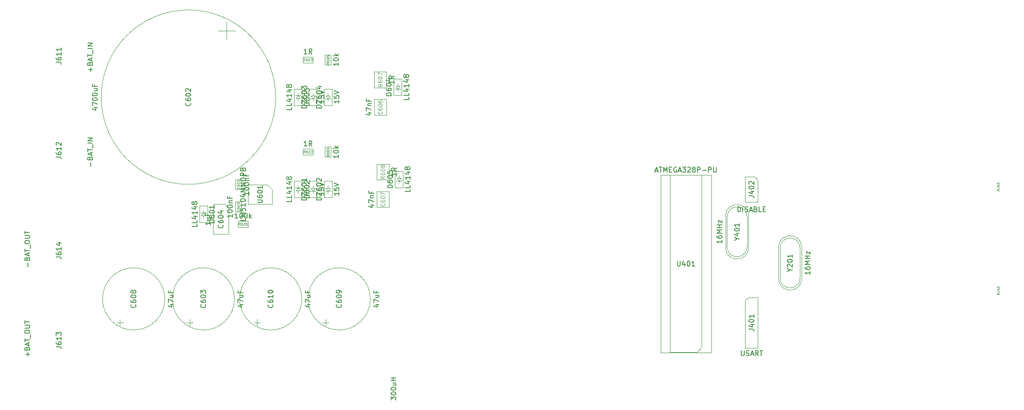
<source format=gbr>
G04 #@! TF.GenerationSoftware,KiCad,Pcbnew,5.1.4*
G04 #@! TF.CreationDate,2019-10-26T00:18:29-03:00*
G04 #@! TF.ProjectId,MCB19,4d434231-392e-46b6-9963-61645f706362,rev?*
G04 #@! TF.SameCoordinates,Original*
G04 #@! TF.FileFunction,Other,Fab,Top*
%FSLAX46Y46*%
G04 Gerber Fmt 4.6, Leading zero omitted, Abs format (unit mm)*
G04 Created by KiCad (PCBNEW 5.1.4) date 2019-10-26 00:18:29*
%MOMM*%
%LPD*%
G04 APERTURE LIST*
%ADD10C,0.100000*%
%ADD11C,0.150000*%
%ADD12C,0.120000*%
%ADD13C,0.080000*%
G04 APERTURE END LIST*
D10*
X120250000Y-74600000D02*
X120250000Y-71400000D01*
X122750000Y-74600000D02*
X120250000Y-74600000D01*
X122750000Y-71400000D02*
X122750000Y-74600000D01*
X120250000Y-71400000D02*
X122750000Y-71400000D01*
X120750000Y-93100000D02*
X120750000Y-89900000D01*
X123250000Y-93100000D02*
X120750000Y-93100000D01*
X123250000Y-89900000D02*
X123250000Y-93100000D01*
X120750000Y-89900000D02*
X123250000Y-89900000D01*
X68637500Y-116241489D02*
X69887500Y-116241489D01*
X69262500Y-116866489D02*
X69262500Y-115616489D01*
X78250000Y-111500000D02*
G75*
G03X78250000Y-111500000I-6250000J0D01*
G01*
X123250000Y-84400000D02*
X123250000Y-87600000D01*
X120750000Y-84400000D02*
X123250000Y-84400000D01*
X120750000Y-87600000D02*
X120750000Y-84400000D01*
X123250000Y-87600000D02*
X120750000Y-87600000D01*
X122750000Y-65900000D02*
X122750000Y-69100000D01*
X120250000Y-65900000D02*
X122750000Y-65900000D01*
X120250000Y-69100000D02*
X120250000Y-65900000D01*
X122750000Y-69100000D02*
X120250000Y-69100000D01*
X105000000Y-88750000D02*
X105000000Y-89150000D01*
X105000000Y-89150000D02*
X105550000Y-89150000D01*
X105000000Y-89150000D02*
X104450000Y-89150000D01*
X105000000Y-89150000D02*
X105400000Y-89750000D01*
X105400000Y-89750000D02*
X104600000Y-89750000D01*
X104600000Y-89750000D02*
X105000000Y-89150000D01*
X105000000Y-89750000D02*
X105000000Y-90250000D01*
X105800000Y-87850000D02*
X105800000Y-91150000D01*
X104200000Y-87850000D02*
X105800000Y-87850000D01*
X104200000Y-91150000D02*
X104200000Y-87850000D01*
X105800000Y-91150000D02*
X104200000Y-91150000D01*
X96137500Y-116241489D02*
X97387500Y-116241489D01*
X96762500Y-116866489D02*
X96762500Y-115616489D01*
X105750000Y-111500000D02*
G75*
G03X105750000Y-111500000I-6250000J0D01*
G01*
X109887500Y-116241489D02*
X111137500Y-116241489D01*
X110512500Y-116866489D02*
X110512500Y-115616489D01*
X119500000Y-111500000D02*
G75*
G03X119500000Y-111500000I-6250000J0D01*
G01*
X98860000Y-88550000D02*
X99835000Y-89525000D01*
X94935000Y-88550000D02*
X98860000Y-88550000D01*
X94935000Y-92450000D02*
X94935000Y-88550000D01*
X99835000Y-92450000D02*
X94935000Y-92450000D01*
X99835000Y-89525000D02*
X99835000Y-92450000D01*
X111600000Y-62500000D02*
X111600000Y-64500000D01*
X110400000Y-62500000D02*
X111600000Y-62500000D01*
X110400000Y-64500000D02*
X110400000Y-62500000D01*
X111600000Y-64500000D02*
X110400000Y-64500000D01*
X111600000Y-81000000D02*
X111600000Y-83000000D01*
X110400000Y-81000000D02*
X111600000Y-81000000D01*
X110400000Y-83000000D02*
X110400000Y-81000000D01*
X111600000Y-83000000D02*
X110400000Y-83000000D01*
X106000000Y-62900000D02*
X108000000Y-62900000D01*
X106000000Y-64100000D02*
X106000000Y-62900000D01*
X108000000Y-64100000D02*
X106000000Y-64100000D01*
X108000000Y-62900000D02*
X108000000Y-64100000D01*
X106000000Y-81400000D02*
X108000000Y-81400000D01*
X106000000Y-82600000D02*
X106000000Y-81400000D01*
X108000000Y-82600000D02*
X106000000Y-82600000D01*
X108000000Y-81400000D02*
X108000000Y-82600000D01*
X92975000Y-95900000D02*
X94975000Y-95900000D01*
X92975000Y-97100000D02*
X92975000Y-95900000D01*
X94975000Y-97100000D02*
X92975000Y-97100000D01*
X94975000Y-95900000D02*
X94975000Y-97100000D01*
X111000000Y-71750000D02*
X111000000Y-71350000D01*
X111000000Y-71350000D02*
X110450000Y-71350000D01*
X111000000Y-71350000D02*
X111550000Y-71350000D01*
X111000000Y-71350000D02*
X110600000Y-70750000D01*
X110600000Y-70750000D02*
X111400000Y-70750000D01*
X111400000Y-70750000D02*
X111000000Y-71350000D01*
X111000000Y-70750000D02*
X111000000Y-70250000D01*
X110200000Y-72650000D02*
X110200000Y-69350000D01*
X111800000Y-72650000D02*
X110200000Y-72650000D01*
X111800000Y-69350000D02*
X111800000Y-72650000D01*
X110200000Y-69350000D02*
X111800000Y-69350000D01*
X108000000Y-71750000D02*
X108000000Y-71350000D01*
X108000000Y-71350000D02*
X107450000Y-71350000D01*
X108000000Y-71350000D02*
X108550000Y-71350000D01*
X108000000Y-71350000D02*
X107600000Y-70750000D01*
X107600000Y-70750000D02*
X108400000Y-70750000D01*
X108400000Y-70750000D02*
X108000000Y-71350000D01*
X108000000Y-70750000D02*
X108000000Y-70250000D01*
X107200000Y-72650000D02*
X107200000Y-69350000D01*
X108800000Y-72650000D02*
X107200000Y-72650000D01*
X108800000Y-69350000D02*
X108800000Y-72650000D01*
X107200000Y-69350000D02*
X108800000Y-69350000D01*
X110200000Y-87850000D02*
X111800000Y-87850000D01*
X111800000Y-87850000D02*
X111800000Y-91150000D01*
X111800000Y-91150000D02*
X110200000Y-91150000D01*
X110200000Y-91150000D02*
X110200000Y-87850000D01*
X111000000Y-89250000D02*
X111000000Y-88750000D01*
X111400000Y-89250000D02*
X111000000Y-89850000D01*
X110600000Y-89250000D02*
X111400000Y-89250000D01*
X111000000Y-89850000D02*
X110600000Y-89250000D01*
X111000000Y-89850000D02*
X111550000Y-89850000D01*
X111000000Y-89850000D02*
X110450000Y-89850000D01*
X111000000Y-90250000D02*
X111000000Y-89850000D01*
X108000000Y-90250000D02*
X108000000Y-89850000D01*
X108000000Y-89850000D02*
X107450000Y-89850000D01*
X108000000Y-89850000D02*
X108550000Y-89850000D01*
X108000000Y-89850000D02*
X107600000Y-89250000D01*
X107600000Y-89250000D02*
X108400000Y-89250000D01*
X108400000Y-89250000D02*
X108000000Y-89850000D01*
X108000000Y-89250000D02*
X108000000Y-88750000D01*
X107200000Y-91150000D02*
X107200000Y-87850000D01*
X108800000Y-91150000D02*
X107200000Y-91150000D01*
X108800000Y-87850000D02*
X108800000Y-91150000D01*
X107200000Y-87850000D02*
X108800000Y-87850000D01*
X124450000Y-85850000D02*
X126050000Y-85850000D01*
X126050000Y-85850000D02*
X126050000Y-89150000D01*
X126050000Y-89150000D02*
X124450000Y-89150000D01*
X124450000Y-89150000D02*
X124450000Y-85850000D01*
X125250000Y-87250000D02*
X125250000Y-86750000D01*
X125650000Y-87250000D02*
X125250000Y-87850000D01*
X124850000Y-87250000D02*
X125650000Y-87250000D01*
X125250000Y-87850000D02*
X124850000Y-87250000D01*
X125250000Y-87850000D02*
X125800000Y-87850000D01*
X125250000Y-87850000D02*
X124700000Y-87850000D01*
X125250000Y-88250000D02*
X125250000Y-87850000D01*
X125000000Y-69750000D02*
X125000000Y-69350000D01*
X125000000Y-69350000D02*
X124450000Y-69350000D01*
X125000000Y-69350000D02*
X125550000Y-69350000D01*
X125000000Y-69350000D02*
X124600000Y-68750000D01*
X124600000Y-68750000D02*
X125400000Y-68750000D01*
X125400000Y-68750000D02*
X125000000Y-69350000D01*
X125000000Y-68750000D02*
X125000000Y-68250000D01*
X124200000Y-70650000D02*
X124200000Y-67350000D01*
X125800000Y-70650000D02*
X124200000Y-70650000D01*
X125800000Y-67350000D02*
X125800000Y-70650000D01*
X124200000Y-67350000D02*
X125800000Y-67350000D01*
X105000000Y-70250000D02*
X105000000Y-70650000D01*
X105000000Y-70650000D02*
X105550000Y-70650000D01*
X105000000Y-70650000D02*
X104450000Y-70650000D01*
X105000000Y-70650000D02*
X105400000Y-71250000D01*
X105400000Y-71250000D02*
X104600000Y-71250000D01*
X104600000Y-71250000D02*
X105000000Y-70650000D01*
X105000000Y-71250000D02*
X105000000Y-71750000D01*
X105800000Y-69350000D02*
X105800000Y-72650000D01*
X104200000Y-69350000D02*
X105800000Y-69350000D01*
X104200000Y-72650000D02*
X104200000Y-69350000D01*
X105800000Y-72650000D02*
X104200000Y-72650000D01*
X86000000Y-93750000D02*
X86000000Y-94150000D01*
X86000000Y-94150000D02*
X86550000Y-94150000D01*
X86000000Y-94150000D02*
X85450000Y-94150000D01*
X86000000Y-94150000D02*
X86400000Y-94750000D01*
X86400000Y-94750000D02*
X85600000Y-94750000D01*
X85600000Y-94750000D02*
X86000000Y-94150000D01*
X86000000Y-94750000D02*
X86000000Y-95250000D01*
X86800000Y-92850000D02*
X86800000Y-96150000D01*
X85200000Y-92850000D02*
X86800000Y-92850000D01*
X85200000Y-96150000D02*
X85200000Y-92850000D01*
X86800000Y-96150000D02*
X85200000Y-96150000D01*
X92400000Y-94000000D02*
X92400000Y-92000000D01*
X93600000Y-94000000D02*
X92400000Y-94000000D01*
X93600000Y-92000000D02*
X93600000Y-94000000D01*
X92400000Y-92000000D02*
X93600000Y-92000000D01*
X87900000Y-98500000D02*
X91100000Y-98500000D01*
X87900000Y-92500000D02*
X87900000Y-98500000D01*
X90300000Y-92500000D02*
X87900000Y-92500000D01*
X91100000Y-93300000D02*
X90300000Y-92500000D01*
X91100000Y-98500000D02*
X91100000Y-93300000D01*
X82637500Y-116241489D02*
X83887500Y-116241489D01*
X83262500Y-116866489D02*
X83262500Y-115616489D01*
X92250000Y-111500000D02*
G75*
G03X92250000Y-111500000I-6250000J0D01*
G01*
X92437500Y-57684859D02*
X88937500Y-57684859D01*
X90687500Y-55934859D02*
X90687500Y-59434859D01*
X100500000Y-71000000D02*
G75*
G03X100500000Y-71000000I-17500000J0D01*
G01*
X93600000Y-87500000D02*
X93600000Y-89500000D01*
X92400000Y-87500000D02*
X93600000Y-87500000D01*
X92400000Y-89500000D02*
X92400000Y-87500000D01*
X93600000Y-89500000D02*
X92400000Y-89500000D01*
X194730000Y-86980000D02*
X196635000Y-86980000D01*
X196635000Y-86980000D02*
X197270000Y-87615000D01*
X197270000Y-87615000D02*
X197270000Y-92060000D01*
X197270000Y-92060000D02*
X194730000Y-92060000D01*
X194730000Y-92060000D02*
X194730000Y-86980000D01*
X185015000Y-122220000D02*
X179665000Y-122220000D01*
X179665000Y-122220000D02*
X179665000Y-86660000D01*
X179665000Y-86660000D02*
X186015000Y-86660000D01*
X186015000Y-86660000D02*
X186015000Y-121220000D01*
X186015000Y-121220000D02*
X185015000Y-122220000D01*
X187920000Y-122280000D02*
X187920000Y-86600000D01*
X187920000Y-86600000D02*
X177760000Y-86600000D01*
X177760000Y-86600000D02*
X177760000Y-122280000D01*
X177760000Y-122280000D02*
X187920000Y-122280000D01*
X195365000Y-111190000D02*
X197270000Y-111190000D01*
X197270000Y-111190000D02*
X197270000Y-121350000D01*
X197270000Y-121350000D02*
X194730000Y-121350000D01*
X194730000Y-121350000D02*
X194730000Y-111825000D01*
X194730000Y-111825000D02*
X195365000Y-111190000D01*
X201409000Y-107401000D02*
X201409000Y-101151000D01*
X206059000Y-107401000D02*
X206059000Y-101151000D01*
X201734000Y-107276000D02*
X201734000Y-101276000D01*
X205734000Y-107276000D02*
X205734000Y-101276000D01*
X206059000Y-107401000D02*
G75*
G02X201409000Y-107401000I-2325000J0D01*
G01*
X206059000Y-101151000D02*
G75*
G03X201409000Y-101151000I-2325000J0D01*
G01*
X205734000Y-107276000D02*
G75*
G02X201734000Y-107276000I-2000000J0D01*
G01*
X205734000Y-101276000D02*
G75*
G03X201734000Y-101276000I-2000000J0D01*
G01*
X195421000Y-94899000D02*
X195421000Y-101149000D01*
X190771000Y-94899000D02*
X190771000Y-101149000D01*
X195096000Y-95024000D02*
X195096000Y-101024000D01*
X191096000Y-95024000D02*
X191096000Y-101024000D01*
X190771000Y-94899000D02*
G75*
G02X195421000Y-94899000I2325000J0D01*
G01*
X190771000Y-101149000D02*
G75*
G03X195421000Y-101149000I2325000J0D01*
G01*
X191096000Y-95024000D02*
G75*
G02X195096000Y-95024000I2000000J0D01*
G01*
X191096000Y-101024000D02*
G75*
G03X195096000Y-101024000I2000000J0D01*
G01*
D11*
X123642380Y-131761904D02*
X123642380Y-131142857D01*
X124023333Y-131476190D01*
X124023333Y-131333333D01*
X124070952Y-131238095D01*
X124118571Y-131190476D01*
X124213809Y-131142857D01*
X124451904Y-131142857D01*
X124547142Y-131190476D01*
X124594761Y-131238095D01*
X124642380Y-131333333D01*
X124642380Y-131619047D01*
X124594761Y-131714285D01*
X124547142Y-131761904D01*
X123642380Y-130523809D02*
X123642380Y-130428571D01*
X123690000Y-130333333D01*
X123737619Y-130285714D01*
X123832857Y-130238095D01*
X124023333Y-130190476D01*
X124261428Y-130190476D01*
X124451904Y-130238095D01*
X124547142Y-130285714D01*
X124594761Y-130333333D01*
X124642380Y-130428571D01*
X124642380Y-130523809D01*
X124594761Y-130619047D01*
X124547142Y-130666666D01*
X124451904Y-130714285D01*
X124261428Y-130761904D01*
X124023333Y-130761904D01*
X123832857Y-130714285D01*
X123737619Y-130666666D01*
X123690000Y-130619047D01*
X123642380Y-130523809D01*
X123642380Y-129571428D02*
X123642380Y-129476190D01*
X123690000Y-129380952D01*
X123737619Y-129333333D01*
X123832857Y-129285714D01*
X124023333Y-129238095D01*
X124261428Y-129238095D01*
X124451904Y-129285714D01*
X124547142Y-129333333D01*
X124594761Y-129380952D01*
X124642380Y-129476190D01*
X124642380Y-129571428D01*
X124594761Y-129666666D01*
X124547142Y-129714285D01*
X124451904Y-129761904D01*
X124261428Y-129809523D01*
X124023333Y-129809523D01*
X123832857Y-129761904D01*
X123737619Y-129714285D01*
X123690000Y-129666666D01*
X123642380Y-129571428D01*
X123975714Y-128380952D02*
X124642380Y-128380952D01*
X123975714Y-128809523D02*
X124499523Y-128809523D01*
X124594761Y-128761904D01*
X124642380Y-128666666D01*
X124642380Y-128523809D01*
X124594761Y-128428571D01*
X124547142Y-128380952D01*
X124642380Y-127904761D02*
X123642380Y-127904761D01*
X124118571Y-127904761D02*
X124118571Y-127333333D01*
X124642380Y-127333333D02*
X123642380Y-127333333D01*
X119005714Y-74166666D02*
X119672380Y-74166666D01*
X118624761Y-74404761D02*
X119339047Y-74642857D01*
X119339047Y-74023809D01*
X118672380Y-73738095D02*
X118672380Y-73071428D01*
X119672380Y-73500000D01*
X119005714Y-72690476D02*
X119672380Y-72690476D01*
X119100952Y-72690476D02*
X119053333Y-72642857D01*
X119005714Y-72547619D01*
X119005714Y-72404761D01*
X119053333Y-72309523D01*
X119148571Y-72261904D01*
X119672380Y-72261904D01*
X119148571Y-71452380D02*
X119148571Y-71785714D01*
X119672380Y-71785714D02*
X118672380Y-71785714D01*
X118672380Y-71309523D01*
D12*
X121785714Y-73895238D02*
X121823809Y-73933333D01*
X121861904Y-74047619D01*
X121861904Y-74123809D01*
X121823809Y-74238095D01*
X121747619Y-74314285D01*
X121671428Y-74352380D01*
X121519047Y-74390476D01*
X121404761Y-74390476D01*
X121252380Y-74352380D01*
X121176190Y-74314285D01*
X121100000Y-74238095D01*
X121061904Y-74123809D01*
X121061904Y-74047619D01*
X121100000Y-73933333D01*
X121138095Y-73895238D01*
X121061904Y-73209523D02*
X121061904Y-73361904D01*
X121100000Y-73438095D01*
X121138095Y-73476190D01*
X121252380Y-73552380D01*
X121404761Y-73590476D01*
X121709523Y-73590476D01*
X121785714Y-73552380D01*
X121823809Y-73514285D01*
X121861904Y-73438095D01*
X121861904Y-73285714D01*
X121823809Y-73209523D01*
X121785714Y-73171428D01*
X121709523Y-73133333D01*
X121519047Y-73133333D01*
X121442857Y-73171428D01*
X121404761Y-73209523D01*
X121366666Y-73285714D01*
X121366666Y-73438095D01*
X121404761Y-73514285D01*
X121442857Y-73552380D01*
X121519047Y-73590476D01*
X121061904Y-72638095D02*
X121061904Y-72561904D01*
X121100000Y-72485714D01*
X121138095Y-72447619D01*
X121214285Y-72409523D01*
X121366666Y-72371428D01*
X121557142Y-72371428D01*
X121709523Y-72409523D01*
X121785714Y-72447619D01*
X121823809Y-72485714D01*
X121861904Y-72561904D01*
X121861904Y-72638095D01*
X121823809Y-72714285D01*
X121785714Y-72752380D01*
X121709523Y-72790476D01*
X121557142Y-72828571D01*
X121366666Y-72828571D01*
X121214285Y-72790476D01*
X121138095Y-72752380D01*
X121100000Y-72714285D01*
X121061904Y-72638095D01*
X121061904Y-71685714D02*
X121061904Y-71838095D01*
X121100000Y-71914285D01*
X121138095Y-71952380D01*
X121252380Y-72028571D01*
X121404761Y-72066666D01*
X121709523Y-72066666D01*
X121785714Y-72028571D01*
X121823809Y-71990476D01*
X121861904Y-71914285D01*
X121861904Y-71761904D01*
X121823809Y-71685714D01*
X121785714Y-71647619D01*
X121709523Y-71609523D01*
X121519047Y-71609523D01*
X121442857Y-71647619D01*
X121404761Y-71685714D01*
X121366666Y-71761904D01*
X121366666Y-71914285D01*
X121404761Y-71990476D01*
X121442857Y-72028571D01*
X121519047Y-72066666D01*
D11*
X119505714Y-92666666D02*
X120172380Y-92666666D01*
X119124761Y-92904761D02*
X119839047Y-93142857D01*
X119839047Y-92523809D01*
X119172380Y-92238095D02*
X119172380Y-91571428D01*
X120172380Y-92000000D01*
X119505714Y-91190476D02*
X120172380Y-91190476D01*
X119600952Y-91190476D02*
X119553333Y-91142857D01*
X119505714Y-91047619D01*
X119505714Y-90904761D01*
X119553333Y-90809523D01*
X119648571Y-90761904D01*
X120172380Y-90761904D01*
X119648571Y-89952380D02*
X119648571Y-90285714D01*
X120172380Y-90285714D02*
X119172380Y-90285714D01*
X119172380Y-89809523D01*
D12*
X122285714Y-92395238D02*
X122323809Y-92433333D01*
X122361904Y-92547619D01*
X122361904Y-92623809D01*
X122323809Y-92738095D01*
X122247619Y-92814285D01*
X122171428Y-92852380D01*
X122019047Y-92890476D01*
X121904761Y-92890476D01*
X121752380Y-92852380D01*
X121676190Y-92814285D01*
X121600000Y-92738095D01*
X121561904Y-92623809D01*
X121561904Y-92547619D01*
X121600000Y-92433333D01*
X121638095Y-92395238D01*
X121561904Y-91709523D02*
X121561904Y-91861904D01*
X121600000Y-91938095D01*
X121638095Y-91976190D01*
X121752380Y-92052380D01*
X121904761Y-92090476D01*
X122209523Y-92090476D01*
X122285714Y-92052380D01*
X122323809Y-92014285D01*
X122361904Y-91938095D01*
X122361904Y-91785714D01*
X122323809Y-91709523D01*
X122285714Y-91671428D01*
X122209523Y-91633333D01*
X122019047Y-91633333D01*
X121942857Y-91671428D01*
X121904761Y-91709523D01*
X121866666Y-91785714D01*
X121866666Y-91938095D01*
X121904761Y-92014285D01*
X121942857Y-92052380D01*
X122019047Y-92090476D01*
X121561904Y-91138095D02*
X121561904Y-91061904D01*
X121600000Y-90985714D01*
X121638095Y-90947619D01*
X121714285Y-90909523D01*
X121866666Y-90871428D01*
X122057142Y-90871428D01*
X122209523Y-90909523D01*
X122285714Y-90947619D01*
X122323809Y-90985714D01*
X122361904Y-91061904D01*
X122361904Y-91138095D01*
X122323809Y-91214285D01*
X122285714Y-91252380D01*
X122209523Y-91290476D01*
X122057142Y-91328571D01*
X121866666Y-91328571D01*
X121714285Y-91290476D01*
X121638095Y-91252380D01*
X121600000Y-91214285D01*
X121561904Y-91138095D01*
X121561904Y-90604761D02*
X121561904Y-90071428D01*
X122361904Y-90414285D01*
D11*
X79285714Y-112666666D02*
X79952380Y-112666666D01*
X78904761Y-112904761D02*
X79619047Y-113142857D01*
X79619047Y-112523809D01*
X78952380Y-112238095D02*
X78952380Y-111571428D01*
X79952380Y-112000000D01*
X79285714Y-110761904D02*
X79952380Y-110761904D01*
X79285714Y-111190476D02*
X79809523Y-111190476D01*
X79904761Y-111142857D01*
X79952380Y-111047619D01*
X79952380Y-110904761D01*
X79904761Y-110809523D01*
X79857142Y-110761904D01*
X79428571Y-109952380D02*
X79428571Y-110285714D01*
X79952380Y-110285714D02*
X78952380Y-110285714D01*
X78952380Y-109809523D01*
X72357142Y-112619047D02*
X72404761Y-112666666D01*
X72452380Y-112809523D01*
X72452380Y-112904761D01*
X72404761Y-113047619D01*
X72309523Y-113142857D01*
X72214285Y-113190476D01*
X72023809Y-113238095D01*
X71880952Y-113238095D01*
X71690476Y-113190476D01*
X71595238Y-113142857D01*
X71500000Y-113047619D01*
X71452380Y-112904761D01*
X71452380Y-112809523D01*
X71500000Y-112666666D01*
X71547619Y-112619047D01*
X71452380Y-111761904D02*
X71452380Y-111952380D01*
X71500000Y-112047619D01*
X71547619Y-112095238D01*
X71690476Y-112190476D01*
X71880952Y-112238095D01*
X72261904Y-112238095D01*
X72357142Y-112190476D01*
X72404761Y-112142857D01*
X72452380Y-112047619D01*
X72452380Y-111857142D01*
X72404761Y-111761904D01*
X72357142Y-111714285D01*
X72261904Y-111666666D01*
X72023809Y-111666666D01*
X71928571Y-111714285D01*
X71880952Y-111761904D01*
X71833333Y-111857142D01*
X71833333Y-112047619D01*
X71880952Y-112142857D01*
X71928571Y-112190476D01*
X72023809Y-112238095D01*
X71452380Y-111047619D02*
X71452380Y-110952380D01*
X71500000Y-110857142D01*
X71547619Y-110809523D01*
X71642857Y-110761904D01*
X71833333Y-110714285D01*
X72071428Y-110714285D01*
X72261904Y-110761904D01*
X72357142Y-110809523D01*
X72404761Y-110857142D01*
X72452380Y-110952380D01*
X72452380Y-111047619D01*
X72404761Y-111142857D01*
X72357142Y-111190476D01*
X72261904Y-111238095D01*
X72071428Y-111285714D01*
X71833333Y-111285714D01*
X71642857Y-111238095D01*
X71547619Y-111190476D01*
X71500000Y-111142857D01*
X71452380Y-111047619D01*
X71880952Y-110142857D02*
X71833333Y-110238095D01*
X71785714Y-110285714D01*
X71690476Y-110333333D01*
X71642857Y-110333333D01*
X71547619Y-110285714D01*
X71500000Y-110238095D01*
X71452380Y-110142857D01*
X71452380Y-109952380D01*
X71500000Y-109857142D01*
X71547619Y-109809523D01*
X71642857Y-109761904D01*
X71690476Y-109761904D01*
X71785714Y-109809523D01*
X71833333Y-109857142D01*
X71880952Y-109952380D01*
X71880952Y-110142857D01*
X71928571Y-110238095D01*
X71976190Y-110285714D01*
X72071428Y-110333333D01*
X72261904Y-110333333D01*
X72357142Y-110285714D01*
X72404761Y-110238095D01*
X72452380Y-110142857D01*
X72452380Y-109952380D01*
X72404761Y-109857142D01*
X72357142Y-109809523D01*
X72261904Y-109761904D01*
X72071428Y-109761904D01*
X71976190Y-109809523D01*
X71928571Y-109857142D01*
X71880952Y-109952380D01*
X50771428Y-123000000D02*
X50771428Y-122238095D01*
X51152380Y-122619047D02*
X50390476Y-122619047D01*
X50628571Y-121428571D02*
X50676190Y-121285714D01*
X50723809Y-121238095D01*
X50819047Y-121190476D01*
X50961904Y-121190476D01*
X51057142Y-121238095D01*
X51104761Y-121285714D01*
X51152380Y-121380952D01*
X51152380Y-121761904D01*
X50152380Y-121761904D01*
X50152380Y-121428571D01*
X50200000Y-121333333D01*
X50247619Y-121285714D01*
X50342857Y-121238095D01*
X50438095Y-121238095D01*
X50533333Y-121285714D01*
X50580952Y-121333333D01*
X50628571Y-121428571D01*
X50628571Y-121761904D01*
X50866666Y-120809523D02*
X50866666Y-120333333D01*
X51152380Y-120904761D02*
X50152380Y-120571428D01*
X51152380Y-120238095D01*
X50152380Y-120047619D02*
X50152380Y-119476190D01*
X51152380Y-119761904D02*
X50152380Y-119761904D01*
X51247619Y-119380952D02*
X51247619Y-118619047D01*
X50152380Y-118190476D02*
X50152380Y-118000000D01*
X50200000Y-117904761D01*
X50295238Y-117809523D01*
X50485714Y-117761904D01*
X50819047Y-117761904D01*
X51009523Y-117809523D01*
X51104761Y-117904761D01*
X51152380Y-118000000D01*
X51152380Y-118190476D01*
X51104761Y-118285714D01*
X51009523Y-118380952D01*
X50819047Y-118428571D01*
X50485714Y-118428571D01*
X50295238Y-118380952D01*
X50200000Y-118285714D01*
X50152380Y-118190476D01*
X50152380Y-117333333D02*
X50961904Y-117333333D01*
X51057142Y-117285714D01*
X51104761Y-117238095D01*
X51152380Y-117142857D01*
X51152380Y-116952380D01*
X51104761Y-116857142D01*
X51057142Y-116809523D01*
X50961904Y-116761904D01*
X50152380Y-116761904D01*
X50152380Y-116428571D02*
X50152380Y-115857142D01*
X51152380Y-116142857D02*
X50152380Y-116142857D01*
X56452380Y-121085714D02*
X57166666Y-121085714D01*
X57309523Y-121133333D01*
X57404761Y-121228571D01*
X57452380Y-121371428D01*
X57452380Y-121466666D01*
X56452380Y-120180952D02*
X56452380Y-120371428D01*
X56500000Y-120466666D01*
X56547619Y-120514285D01*
X56690476Y-120609523D01*
X56880952Y-120657142D01*
X57261904Y-120657142D01*
X57357142Y-120609523D01*
X57404761Y-120561904D01*
X57452380Y-120466666D01*
X57452380Y-120276190D01*
X57404761Y-120180952D01*
X57357142Y-120133333D01*
X57261904Y-120085714D01*
X57023809Y-120085714D01*
X56928571Y-120133333D01*
X56880952Y-120180952D01*
X56833333Y-120276190D01*
X56833333Y-120466666D01*
X56880952Y-120561904D01*
X56928571Y-120609523D01*
X57023809Y-120657142D01*
X57452380Y-119133333D02*
X57452380Y-119704761D01*
X57452380Y-119419047D02*
X56452380Y-119419047D01*
X56595238Y-119514285D01*
X56690476Y-119609523D01*
X56738095Y-119704761D01*
X56452380Y-118800000D02*
X56452380Y-118180952D01*
X56833333Y-118514285D01*
X56833333Y-118371428D01*
X56880952Y-118276190D01*
X56928571Y-118228571D01*
X57023809Y-118180952D01*
X57261904Y-118180952D01*
X57357142Y-118228571D01*
X57404761Y-118276190D01*
X57452380Y-118371428D01*
X57452380Y-118657142D01*
X57404761Y-118752380D01*
X57357142Y-118800000D01*
X124732380Y-86214285D02*
X124732380Y-86785714D01*
X124732380Y-86500000D02*
X123732380Y-86500000D01*
X123875238Y-86595238D01*
X123970476Y-86690476D01*
X124018095Y-86785714D01*
X124732380Y-85214285D02*
X124256190Y-85547619D01*
X124732380Y-85785714D02*
X123732380Y-85785714D01*
X123732380Y-85404761D01*
X123780000Y-85309523D01*
X123827619Y-85261904D01*
X123922857Y-85214285D01*
X124065714Y-85214285D01*
X124160952Y-85261904D01*
X124208571Y-85309523D01*
X124256190Y-85404761D01*
X124256190Y-85785714D01*
D12*
X122361904Y-86895238D02*
X121980952Y-87161904D01*
X122361904Y-87352380D02*
X121561904Y-87352380D01*
X121561904Y-87047619D01*
X121600000Y-86971428D01*
X121638095Y-86933333D01*
X121714285Y-86895238D01*
X121828571Y-86895238D01*
X121904761Y-86933333D01*
X121942857Y-86971428D01*
X121980952Y-87047619D01*
X121980952Y-87352380D01*
X121561904Y-86209523D02*
X121561904Y-86361904D01*
X121600000Y-86438095D01*
X121638095Y-86476190D01*
X121752380Y-86552380D01*
X121904761Y-86590476D01*
X122209523Y-86590476D01*
X122285714Y-86552380D01*
X122323809Y-86514285D01*
X122361904Y-86438095D01*
X122361904Y-86285714D01*
X122323809Y-86209523D01*
X122285714Y-86171428D01*
X122209523Y-86133333D01*
X122019047Y-86133333D01*
X121942857Y-86171428D01*
X121904761Y-86209523D01*
X121866666Y-86285714D01*
X121866666Y-86438095D01*
X121904761Y-86514285D01*
X121942857Y-86552380D01*
X122019047Y-86590476D01*
X121561904Y-85638095D02*
X121561904Y-85561904D01*
X121600000Y-85485714D01*
X121638095Y-85447619D01*
X121714285Y-85409523D01*
X121866666Y-85371428D01*
X122057142Y-85371428D01*
X122209523Y-85409523D01*
X122285714Y-85447619D01*
X122323809Y-85485714D01*
X122361904Y-85561904D01*
X122361904Y-85638095D01*
X122323809Y-85714285D01*
X122285714Y-85752380D01*
X122209523Y-85790476D01*
X122057142Y-85828571D01*
X121866666Y-85828571D01*
X121714285Y-85790476D01*
X121638095Y-85752380D01*
X121600000Y-85714285D01*
X121561904Y-85638095D01*
X121904761Y-84914285D02*
X121866666Y-84990476D01*
X121828571Y-85028571D01*
X121752380Y-85066666D01*
X121714285Y-85066666D01*
X121638095Y-85028571D01*
X121600000Y-84990476D01*
X121561904Y-84914285D01*
X121561904Y-84761904D01*
X121600000Y-84685714D01*
X121638095Y-84647619D01*
X121714285Y-84609523D01*
X121752380Y-84609523D01*
X121828571Y-84647619D01*
X121866666Y-84685714D01*
X121904761Y-84761904D01*
X121904761Y-84914285D01*
X121942857Y-84990476D01*
X121980952Y-85028571D01*
X122057142Y-85066666D01*
X122209523Y-85066666D01*
X122285714Y-85028571D01*
X122323809Y-84990476D01*
X122361904Y-84914285D01*
X122361904Y-84761904D01*
X122323809Y-84685714D01*
X122285714Y-84647619D01*
X122209523Y-84609523D01*
X122057142Y-84609523D01*
X121980952Y-84647619D01*
X121942857Y-84685714D01*
X121904761Y-84761904D01*
D11*
X124232380Y-67714285D02*
X124232380Y-68285714D01*
X124232380Y-68000000D02*
X123232380Y-68000000D01*
X123375238Y-68095238D01*
X123470476Y-68190476D01*
X123518095Y-68285714D01*
X124232380Y-66714285D02*
X123756190Y-67047619D01*
X124232380Y-67285714D02*
X123232380Y-67285714D01*
X123232380Y-66904761D01*
X123280000Y-66809523D01*
X123327619Y-66761904D01*
X123422857Y-66714285D01*
X123565714Y-66714285D01*
X123660952Y-66761904D01*
X123708571Y-66809523D01*
X123756190Y-66904761D01*
X123756190Y-67285714D01*
D12*
X121861904Y-68395238D02*
X121480952Y-68661904D01*
X121861904Y-68852380D02*
X121061904Y-68852380D01*
X121061904Y-68547619D01*
X121100000Y-68471428D01*
X121138095Y-68433333D01*
X121214285Y-68395238D01*
X121328571Y-68395238D01*
X121404761Y-68433333D01*
X121442857Y-68471428D01*
X121480952Y-68547619D01*
X121480952Y-68852380D01*
X121061904Y-67709523D02*
X121061904Y-67861904D01*
X121100000Y-67938095D01*
X121138095Y-67976190D01*
X121252380Y-68052380D01*
X121404761Y-68090476D01*
X121709523Y-68090476D01*
X121785714Y-68052380D01*
X121823809Y-68014285D01*
X121861904Y-67938095D01*
X121861904Y-67785714D01*
X121823809Y-67709523D01*
X121785714Y-67671428D01*
X121709523Y-67633333D01*
X121519047Y-67633333D01*
X121442857Y-67671428D01*
X121404761Y-67709523D01*
X121366666Y-67785714D01*
X121366666Y-67938095D01*
X121404761Y-68014285D01*
X121442857Y-68052380D01*
X121519047Y-68090476D01*
X121061904Y-67138095D02*
X121061904Y-67061904D01*
X121100000Y-66985714D01*
X121138095Y-66947619D01*
X121214285Y-66909523D01*
X121366666Y-66871428D01*
X121557142Y-66871428D01*
X121709523Y-66909523D01*
X121785714Y-66947619D01*
X121823809Y-66985714D01*
X121861904Y-67061904D01*
X121861904Y-67138095D01*
X121823809Y-67214285D01*
X121785714Y-67252380D01*
X121709523Y-67290476D01*
X121557142Y-67328571D01*
X121366666Y-67328571D01*
X121214285Y-67290476D01*
X121138095Y-67252380D01*
X121100000Y-67214285D01*
X121061904Y-67138095D01*
X121061904Y-66604761D02*
X121061904Y-66071428D01*
X121861904Y-66414285D01*
D11*
X103702380Y-91500000D02*
X103702380Y-91976190D01*
X102702380Y-91976190D01*
X103702380Y-90690476D02*
X103702380Y-91166666D01*
X102702380Y-91166666D01*
X103035714Y-89928571D02*
X103702380Y-89928571D01*
X102654761Y-90166666D02*
X103369047Y-90404761D01*
X103369047Y-89785714D01*
X103702380Y-88880952D02*
X103702380Y-89452380D01*
X103702380Y-89166666D02*
X102702380Y-89166666D01*
X102845238Y-89261904D01*
X102940476Y-89357142D01*
X102988095Y-89452380D01*
X103035714Y-88023809D02*
X103702380Y-88023809D01*
X102654761Y-88261904D02*
X103369047Y-88500000D01*
X103369047Y-87880952D01*
X103130952Y-87357142D02*
X103083333Y-87452380D01*
X103035714Y-87500000D01*
X102940476Y-87547619D01*
X102892857Y-87547619D01*
X102797619Y-87500000D01*
X102750000Y-87452380D01*
X102702380Y-87357142D01*
X102702380Y-87166666D01*
X102750000Y-87071428D01*
X102797619Y-87023809D01*
X102892857Y-86976190D01*
X102940476Y-86976190D01*
X103035714Y-87023809D01*
X103083333Y-87071428D01*
X103130952Y-87166666D01*
X103130952Y-87357142D01*
X103178571Y-87452380D01*
X103226190Y-87500000D01*
X103321428Y-87547619D01*
X103511904Y-87547619D01*
X103607142Y-87500000D01*
X103654761Y-87452380D01*
X103702380Y-87357142D01*
X103702380Y-87166666D01*
X103654761Y-87071428D01*
X103607142Y-87023809D01*
X103511904Y-86976190D01*
X103321428Y-86976190D01*
X103226190Y-87023809D01*
X103178571Y-87071428D01*
X103130952Y-87166666D01*
X107202380Y-91190476D02*
X106202380Y-91190476D01*
X106202380Y-90952380D01*
X106250000Y-90809523D01*
X106345238Y-90714285D01*
X106440476Y-90666666D01*
X106630952Y-90619047D01*
X106773809Y-90619047D01*
X106964285Y-90666666D01*
X107059523Y-90714285D01*
X107154761Y-90809523D01*
X107202380Y-90952380D01*
X107202380Y-91190476D01*
X106202380Y-89761904D02*
X106202380Y-89952380D01*
X106250000Y-90047619D01*
X106297619Y-90095238D01*
X106440476Y-90190476D01*
X106630952Y-90238095D01*
X107011904Y-90238095D01*
X107107142Y-90190476D01*
X107154761Y-90142857D01*
X107202380Y-90047619D01*
X107202380Y-89857142D01*
X107154761Y-89761904D01*
X107107142Y-89714285D01*
X107011904Y-89666666D01*
X106773809Y-89666666D01*
X106678571Y-89714285D01*
X106630952Y-89761904D01*
X106583333Y-89857142D01*
X106583333Y-90047619D01*
X106630952Y-90142857D01*
X106678571Y-90190476D01*
X106773809Y-90238095D01*
X106202380Y-89047619D02*
X106202380Y-88952380D01*
X106250000Y-88857142D01*
X106297619Y-88809523D01*
X106392857Y-88761904D01*
X106583333Y-88714285D01*
X106821428Y-88714285D01*
X107011904Y-88761904D01*
X107107142Y-88809523D01*
X107154761Y-88857142D01*
X107202380Y-88952380D01*
X107202380Y-89047619D01*
X107154761Y-89142857D01*
X107107142Y-89190476D01*
X107011904Y-89238095D01*
X106821428Y-89285714D01*
X106583333Y-89285714D01*
X106392857Y-89238095D01*
X106297619Y-89190476D01*
X106250000Y-89142857D01*
X106202380Y-89047619D01*
X106297619Y-88333333D02*
X106250000Y-88285714D01*
X106202380Y-88190476D01*
X106202380Y-87952380D01*
X106250000Y-87857142D01*
X106297619Y-87809523D01*
X106392857Y-87761904D01*
X106488095Y-87761904D01*
X106630952Y-87809523D01*
X107202380Y-88380952D01*
X107202380Y-87761904D01*
X106785714Y-112666666D02*
X107452380Y-112666666D01*
X106404761Y-112904761D02*
X107119047Y-113142857D01*
X107119047Y-112523809D01*
X106452380Y-112238095D02*
X106452380Y-111571428D01*
X107452380Y-112000000D01*
X106785714Y-110761904D02*
X107452380Y-110761904D01*
X106785714Y-111190476D02*
X107309523Y-111190476D01*
X107404761Y-111142857D01*
X107452380Y-111047619D01*
X107452380Y-110904761D01*
X107404761Y-110809523D01*
X107357142Y-110761904D01*
X106928571Y-109952380D02*
X106928571Y-110285714D01*
X107452380Y-110285714D02*
X106452380Y-110285714D01*
X106452380Y-109809523D01*
X99857142Y-112619047D02*
X99904761Y-112666666D01*
X99952380Y-112809523D01*
X99952380Y-112904761D01*
X99904761Y-113047619D01*
X99809523Y-113142857D01*
X99714285Y-113190476D01*
X99523809Y-113238095D01*
X99380952Y-113238095D01*
X99190476Y-113190476D01*
X99095238Y-113142857D01*
X99000000Y-113047619D01*
X98952380Y-112904761D01*
X98952380Y-112809523D01*
X99000000Y-112666666D01*
X99047619Y-112619047D01*
X98952380Y-111761904D02*
X98952380Y-111952380D01*
X99000000Y-112047619D01*
X99047619Y-112095238D01*
X99190476Y-112190476D01*
X99380952Y-112238095D01*
X99761904Y-112238095D01*
X99857142Y-112190476D01*
X99904761Y-112142857D01*
X99952380Y-112047619D01*
X99952380Y-111857142D01*
X99904761Y-111761904D01*
X99857142Y-111714285D01*
X99761904Y-111666666D01*
X99523809Y-111666666D01*
X99428571Y-111714285D01*
X99380952Y-111761904D01*
X99333333Y-111857142D01*
X99333333Y-112047619D01*
X99380952Y-112142857D01*
X99428571Y-112190476D01*
X99523809Y-112238095D01*
X99952380Y-110714285D02*
X99952380Y-111285714D01*
X99952380Y-111000000D02*
X98952380Y-111000000D01*
X99095238Y-111095238D01*
X99190476Y-111190476D01*
X99238095Y-111285714D01*
X98952380Y-110095238D02*
X98952380Y-110000000D01*
X99000000Y-109904761D01*
X99047619Y-109857142D01*
X99142857Y-109809523D01*
X99333333Y-109761904D01*
X99571428Y-109761904D01*
X99761904Y-109809523D01*
X99857142Y-109857142D01*
X99904761Y-109904761D01*
X99952380Y-110000000D01*
X99952380Y-110095238D01*
X99904761Y-110190476D01*
X99857142Y-110238095D01*
X99761904Y-110285714D01*
X99571428Y-110333333D01*
X99333333Y-110333333D01*
X99142857Y-110285714D01*
X99047619Y-110238095D01*
X99000000Y-110190476D01*
X98952380Y-110095238D01*
X120535714Y-112666666D02*
X121202380Y-112666666D01*
X120154761Y-112904761D02*
X120869047Y-113142857D01*
X120869047Y-112523809D01*
X120202380Y-112238095D02*
X120202380Y-111571428D01*
X121202380Y-112000000D01*
X120535714Y-110761904D02*
X121202380Y-110761904D01*
X120535714Y-111190476D02*
X121059523Y-111190476D01*
X121154761Y-111142857D01*
X121202380Y-111047619D01*
X121202380Y-110904761D01*
X121154761Y-110809523D01*
X121107142Y-110761904D01*
X120678571Y-109952380D02*
X120678571Y-110285714D01*
X121202380Y-110285714D02*
X120202380Y-110285714D01*
X120202380Y-109809523D01*
X113607142Y-112619047D02*
X113654761Y-112666666D01*
X113702380Y-112809523D01*
X113702380Y-112904761D01*
X113654761Y-113047619D01*
X113559523Y-113142857D01*
X113464285Y-113190476D01*
X113273809Y-113238095D01*
X113130952Y-113238095D01*
X112940476Y-113190476D01*
X112845238Y-113142857D01*
X112750000Y-113047619D01*
X112702380Y-112904761D01*
X112702380Y-112809523D01*
X112750000Y-112666666D01*
X112797619Y-112619047D01*
X112702380Y-111761904D02*
X112702380Y-111952380D01*
X112750000Y-112047619D01*
X112797619Y-112095238D01*
X112940476Y-112190476D01*
X113130952Y-112238095D01*
X113511904Y-112238095D01*
X113607142Y-112190476D01*
X113654761Y-112142857D01*
X113702380Y-112047619D01*
X113702380Y-111857142D01*
X113654761Y-111761904D01*
X113607142Y-111714285D01*
X113511904Y-111666666D01*
X113273809Y-111666666D01*
X113178571Y-111714285D01*
X113130952Y-111761904D01*
X113083333Y-111857142D01*
X113083333Y-112047619D01*
X113130952Y-112142857D01*
X113178571Y-112190476D01*
X113273809Y-112238095D01*
X112702380Y-111047619D02*
X112702380Y-110952380D01*
X112750000Y-110857142D01*
X112797619Y-110809523D01*
X112892857Y-110761904D01*
X113083333Y-110714285D01*
X113321428Y-110714285D01*
X113511904Y-110761904D01*
X113607142Y-110809523D01*
X113654761Y-110857142D01*
X113702380Y-110952380D01*
X113702380Y-111047619D01*
X113654761Y-111142857D01*
X113607142Y-111190476D01*
X113511904Y-111238095D01*
X113321428Y-111285714D01*
X113083333Y-111285714D01*
X112892857Y-111238095D01*
X112797619Y-111190476D01*
X112750000Y-111142857D01*
X112702380Y-111047619D01*
X113702380Y-110238095D02*
X113702380Y-110047619D01*
X113654761Y-109952380D01*
X113607142Y-109904761D01*
X113464285Y-109809523D01*
X113273809Y-109761904D01*
X112892857Y-109761904D01*
X112797619Y-109809523D01*
X112750000Y-109857142D01*
X112702380Y-109952380D01*
X112702380Y-110142857D01*
X112750000Y-110238095D01*
X112797619Y-110285714D01*
X112892857Y-110333333D01*
X113130952Y-110333333D01*
X113226190Y-110285714D01*
X113273809Y-110238095D01*
X113321428Y-110142857D01*
X113321428Y-109952380D01*
X113273809Y-109857142D01*
X113226190Y-109809523D01*
X113130952Y-109761904D01*
X94437380Y-95285714D02*
X94437380Y-95761904D01*
X93437380Y-95761904D01*
X94437380Y-94952380D02*
X93437380Y-94952380D01*
X94151666Y-94619047D01*
X93437380Y-94285714D01*
X94437380Y-94285714D01*
X93437380Y-93333333D02*
X93437380Y-93809523D01*
X93913571Y-93857142D01*
X93865952Y-93809523D01*
X93818333Y-93714285D01*
X93818333Y-93476190D01*
X93865952Y-93380952D01*
X93913571Y-93333333D01*
X94008809Y-93285714D01*
X94246904Y-93285714D01*
X94342142Y-93333333D01*
X94389761Y-93380952D01*
X94437380Y-93476190D01*
X94437380Y-93714285D01*
X94389761Y-93809523D01*
X94342142Y-93857142D01*
X94437380Y-92333333D02*
X94437380Y-92904761D01*
X94437380Y-92619047D02*
X93437380Y-92619047D01*
X93580238Y-92714285D01*
X93675476Y-92809523D01*
X93723095Y-92904761D01*
X93437380Y-91714285D02*
X93437380Y-91619047D01*
X93485000Y-91523809D01*
X93532619Y-91476190D01*
X93627857Y-91428571D01*
X93818333Y-91380952D01*
X94056428Y-91380952D01*
X94246904Y-91428571D01*
X94342142Y-91476190D01*
X94389761Y-91523809D01*
X94437380Y-91619047D01*
X94437380Y-91714285D01*
X94389761Y-91809523D01*
X94342142Y-91857142D01*
X94246904Y-91904761D01*
X94056428Y-91952380D01*
X93818333Y-91952380D01*
X93627857Y-91904761D01*
X93532619Y-91857142D01*
X93485000Y-91809523D01*
X93437380Y-91714285D01*
X93770714Y-90523809D02*
X94437380Y-90523809D01*
X93389761Y-90761904D02*
X94104047Y-91000000D01*
X94104047Y-90380952D01*
X94437380Y-90000000D02*
X93437380Y-90000000D01*
X94151666Y-89666666D01*
X93437380Y-89333333D01*
X94437380Y-89333333D01*
X94437380Y-88857142D02*
X93437380Y-88857142D01*
X94437380Y-88285714D01*
X93437380Y-88285714D01*
X93437380Y-87619047D02*
X93437380Y-87428571D01*
X93485000Y-87333333D01*
X93580238Y-87238095D01*
X93770714Y-87190476D01*
X94104047Y-87190476D01*
X94294523Y-87238095D01*
X94389761Y-87333333D01*
X94437380Y-87428571D01*
X94437380Y-87619047D01*
X94389761Y-87714285D01*
X94294523Y-87809523D01*
X94104047Y-87857142D01*
X93770714Y-87857142D01*
X93580238Y-87809523D01*
X93485000Y-87714285D01*
X93437380Y-87619047D01*
X94437380Y-86761904D02*
X93437380Y-86761904D01*
X93437380Y-86380952D01*
X93485000Y-86285714D01*
X93532619Y-86238095D01*
X93627857Y-86190476D01*
X93770714Y-86190476D01*
X93865952Y-86238095D01*
X93913571Y-86285714D01*
X93961190Y-86380952D01*
X93961190Y-86761904D01*
X93913571Y-85428571D02*
X93961190Y-85285714D01*
X94008809Y-85238095D01*
X94104047Y-85190476D01*
X94246904Y-85190476D01*
X94342142Y-85238095D01*
X94389761Y-85285714D01*
X94437380Y-85380952D01*
X94437380Y-85761904D01*
X93437380Y-85761904D01*
X93437380Y-85428571D01*
X93485000Y-85333333D01*
X93532619Y-85285714D01*
X93627857Y-85238095D01*
X93723095Y-85238095D01*
X93818333Y-85285714D01*
X93865952Y-85333333D01*
X93913571Y-85428571D01*
X93913571Y-85761904D01*
X96848333Y-92180000D02*
X97641666Y-92180000D01*
X97735000Y-92133333D01*
X97781666Y-92086666D01*
X97828333Y-91993333D01*
X97828333Y-91806666D01*
X97781666Y-91713333D01*
X97735000Y-91666666D01*
X97641666Y-91620000D01*
X96848333Y-91620000D01*
X96848333Y-90733333D02*
X96848333Y-90920000D01*
X96895000Y-91013333D01*
X96941666Y-91060000D01*
X97081666Y-91153333D01*
X97268333Y-91200000D01*
X97641666Y-91200000D01*
X97735000Y-91153333D01*
X97781666Y-91106666D01*
X97828333Y-91013333D01*
X97828333Y-90826666D01*
X97781666Y-90733333D01*
X97735000Y-90686666D01*
X97641666Y-90640000D01*
X97408333Y-90640000D01*
X97315000Y-90686666D01*
X97268333Y-90733333D01*
X97221666Y-90826666D01*
X97221666Y-91013333D01*
X97268333Y-91106666D01*
X97315000Y-91153333D01*
X97408333Y-91200000D01*
X96848333Y-90033333D02*
X96848333Y-89940000D01*
X96895000Y-89846666D01*
X96941666Y-89800000D01*
X97035000Y-89753333D01*
X97221666Y-89706666D01*
X97455000Y-89706666D01*
X97641666Y-89753333D01*
X97735000Y-89800000D01*
X97781666Y-89846666D01*
X97828333Y-89940000D01*
X97828333Y-90033333D01*
X97781666Y-90126666D01*
X97735000Y-90173333D01*
X97641666Y-90220000D01*
X97455000Y-90266666D01*
X97221666Y-90266666D01*
X97035000Y-90220000D01*
X96941666Y-90173333D01*
X96895000Y-90126666D01*
X96848333Y-90033333D01*
X97828333Y-88773333D02*
X97828333Y-89333333D01*
X97828333Y-89053333D02*
X96848333Y-89053333D01*
X96988333Y-89146666D01*
X97081666Y-89240000D01*
X97128333Y-89333333D01*
X113102380Y-64095238D02*
X113102380Y-64666666D01*
X113102380Y-64380952D02*
X112102380Y-64380952D01*
X112245238Y-64476190D01*
X112340476Y-64571428D01*
X112388095Y-64666666D01*
X112102380Y-63476190D02*
X112102380Y-63380952D01*
X112150000Y-63285714D01*
X112197619Y-63238095D01*
X112292857Y-63190476D01*
X112483333Y-63142857D01*
X112721428Y-63142857D01*
X112911904Y-63190476D01*
X113007142Y-63238095D01*
X113054761Y-63285714D01*
X113102380Y-63380952D01*
X113102380Y-63476190D01*
X113054761Y-63571428D01*
X113007142Y-63619047D01*
X112911904Y-63666666D01*
X112721428Y-63714285D01*
X112483333Y-63714285D01*
X112292857Y-63666666D01*
X112197619Y-63619047D01*
X112150000Y-63571428D01*
X112102380Y-63476190D01*
X113102380Y-62714285D02*
X112102380Y-62714285D01*
X112721428Y-62619047D02*
X113102380Y-62333333D01*
X112435714Y-62333333D02*
X112816666Y-62714285D01*
D13*
X111226190Y-64059523D02*
X110988095Y-64226190D01*
X111226190Y-64345238D02*
X110726190Y-64345238D01*
X110726190Y-64154761D01*
X110750000Y-64107142D01*
X110773809Y-64083333D01*
X110821428Y-64059523D01*
X110892857Y-64059523D01*
X110940476Y-64083333D01*
X110964285Y-64107142D01*
X110988095Y-64154761D01*
X110988095Y-64345238D01*
X110726190Y-63630952D02*
X110726190Y-63726190D01*
X110750000Y-63773809D01*
X110773809Y-63797619D01*
X110845238Y-63845238D01*
X110940476Y-63869047D01*
X111130952Y-63869047D01*
X111178571Y-63845238D01*
X111202380Y-63821428D01*
X111226190Y-63773809D01*
X111226190Y-63678571D01*
X111202380Y-63630952D01*
X111178571Y-63607142D01*
X111130952Y-63583333D01*
X111011904Y-63583333D01*
X110964285Y-63607142D01*
X110940476Y-63630952D01*
X110916666Y-63678571D01*
X110916666Y-63773809D01*
X110940476Y-63821428D01*
X110964285Y-63845238D01*
X111011904Y-63869047D01*
X110726190Y-63273809D02*
X110726190Y-63226190D01*
X110750000Y-63178571D01*
X110773809Y-63154761D01*
X110821428Y-63130952D01*
X110916666Y-63107142D01*
X111035714Y-63107142D01*
X111130952Y-63130952D01*
X111178571Y-63154761D01*
X111202380Y-63178571D01*
X111226190Y-63226190D01*
X111226190Y-63273809D01*
X111202380Y-63321428D01*
X111178571Y-63345238D01*
X111130952Y-63369047D01*
X111035714Y-63392857D01*
X110916666Y-63392857D01*
X110821428Y-63369047D01*
X110773809Y-63345238D01*
X110750000Y-63321428D01*
X110726190Y-63273809D01*
X110726190Y-62654761D02*
X110726190Y-62892857D01*
X110964285Y-62916666D01*
X110940476Y-62892857D01*
X110916666Y-62845238D01*
X110916666Y-62726190D01*
X110940476Y-62678571D01*
X110964285Y-62654761D01*
X111011904Y-62630952D01*
X111130952Y-62630952D01*
X111178571Y-62654761D01*
X111202380Y-62678571D01*
X111226190Y-62726190D01*
X111226190Y-62845238D01*
X111202380Y-62892857D01*
X111178571Y-62916666D01*
D11*
X113102380Y-82595238D02*
X113102380Y-83166666D01*
X113102380Y-82880952D02*
X112102380Y-82880952D01*
X112245238Y-82976190D01*
X112340476Y-83071428D01*
X112388095Y-83166666D01*
X112102380Y-81976190D02*
X112102380Y-81880952D01*
X112150000Y-81785714D01*
X112197619Y-81738095D01*
X112292857Y-81690476D01*
X112483333Y-81642857D01*
X112721428Y-81642857D01*
X112911904Y-81690476D01*
X113007142Y-81738095D01*
X113054761Y-81785714D01*
X113102380Y-81880952D01*
X113102380Y-81976190D01*
X113054761Y-82071428D01*
X113007142Y-82119047D01*
X112911904Y-82166666D01*
X112721428Y-82214285D01*
X112483333Y-82214285D01*
X112292857Y-82166666D01*
X112197619Y-82119047D01*
X112150000Y-82071428D01*
X112102380Y-81976190D01*
X113102380Y-81214285D02*
X112102380Y-81214285D01*
X112721428Y-81119047D02*
X113102380Y-80833333D01*
X112435714Y-80833333D02*
X112816666Y-81214285D01*
D13*
X111226190Y-82559523D02*
X110988095Y-82726190D01*
X111226190Y-82845238D02*
X110726190Y-82845238D01*
X110726190Y-82654761D01*
X110750000Y-82607142D01*
X110773809Y-82583333D01*
X110821428Y-82559523D01*
X110892857Y-82559523D01*
X110940476Y-82583333D01*
X110964285Y-82607142D01*
X110988095Y-82654761D01*
X110988095Y-82845238D01*
X110726190Y-82130952D02*
X110726190Y-82226190D01*
X110750000Y-82273809D01*
X110773809Y-82297619D01*
X110845238Y-82345238D01*
X110940476Y-82369047D01*
X111130952Y-82369047D01*
X111178571Y-82345238D01*
X111202380Y-82321428D01*
X111226190Y-82273809D01*
X111226190Y-82178571D01*
X111202380Y-82130952D01*
X111178571Y-82107142D01*
X111130952Y-82083333D01*
X111011904Y-82083333D01*
X110964285Y-82107142D01*
X110940476Y-82130952D01*
X110916666Y-82178571D01*
X110916666Y-82273809D01*
X110940476Y-82321428D01*
X110964285Y-82345238D01*
X111011904Y-82369047D01*
X110726190Y-81773809D02*
X110726190Y-81726190D01*
X110750000Y-81678571D01*
X110773809Y-81654761D01*
X110821428Y-81630952D01*
X110916666Y-81607142D01*
X111035714Y-81607142D01*
X111130952Y-81630952D01*
X111178571Y-81654761D01*
X111202380Y-81678571D01*
X111226190Y-81726190D01*
X111226190Y-81773809D01*
X111202380Y-81821428D01*
X111178571Y-81845238D01*
X111130952Y-81869047D01*
X111035714Y-81892857D01*
X110916666Y-81892857D01*
X110821428Y-81869047D01*
X110773809Y-81845238D01*
X110750000Y-81821428D01*
X110726190Y-81773809D01*
X110892857Y-81178571D02*
X111226190Y-81178571D01*
X110702380Y-81297619D02*
X111059523Y-81416666D01*
X111059523Y-81107142D01*
D11*
X106785714Y-62302380D02*
X106214285Y-62302380D01*
X106500000Y-62302380D02*
X106500000Y-61302380D01*
X106404761Y-61445238D01*
X106309523Y-61540476D01*
X106214285Y-61588095D01*
X107785714Y-62302380D02*
X107452380Y-61826190D01*
X107214285Y-62302380D02*
X107214285Y-61302380D01*
X107595238Y-61302380D01*
X107690476Y-61350000D01*
X107738095Y-61397619D01*
X107785714Y-61492857D01*
X107785714Y-61635714D01*
X107738095Y-61730952D01*
X107690476Y-61778571D01*
X107595238Y-61826190D01*
X107214285Y-61826190D01*
D13*
X106440476Y-63726190D02*
X106273809Y-63488095D01*
X106154761Y-63726190D02*
X106154761Y-63226190D01*
X106345238Y-63226190D01*
X106392857Y-63250000D01*
X106416666Y-63273809D01*
X106440476Y-63321428D01*
X106440476Y-63392857D01*
X106416666Y-63440476D01*
X106392857Y-63464285D01*
X106345238Y-63488095D01*
X106154761Y-63488095D01*
X106869047Y-63226190D02*
X106773809Y-63226190D01*
X106726190Y-63250000D01*
X106702380Y-63273809D01*
X106654761Y-63345238D01*
X106630952Y-63440476D01*
X106630952Y-63630952D01*
X106654761Y-63678571D01*
X106678571Y-63702380D01*
X106726190Y-63726190D01*
X106821428Y-63726190D01*
X106869047Y-63702380D01*
X106892857Y-63678571D01*
X106916666Y-63630952D01*
X106916666Y-63511904D01*
X106892857Y-63464285D01*
X106869047Y-63440476D01*
X106821428Y-63416666D01*
X106726190Y-63416666D01*
X106678571Y-63440476D01*
X106654761Y-63464285D01*
X106630952Y-63511904D01*
X107226190Y-63226190D02*
X107273809Y-63226190D01*
X107321428Y-63250000D01*
X107345238Y-63273809D01*
X107369047Y-63321428D01*
X107392857Y-63416666D01*
X107392857Y-63535714D01*
X107369047Y-63630952D01*
X107345238Y-63678571D01*
X107321428Y-63702380D01*
X107273809Y-63726190D01*
X107226190Y-63726190D01*
X107178571Y-63702380D01*
X107154761Y-63678571D01*
X107130952Y-63630952D01*
X107107142Y-63535714D01*
X107107142Y-63416666D01*
X107130952Y-63321428D01*
X107154761Y-63273809D01*
X107178571Y-63250000D01*
X107226190Y-63226190D01*
X107559523Y-63226190D02*
X107869047Y-63226190D01*
X107702380Y-63416666D01*
X107773809Y-63416666D01*
X107821428Y-63440476D01*
X107845238Y-63464285D01*
X107869047Y-63511904D01*
X107869047Y-63630952D01*
X107845238Y-63678571D01*
X107821428Y-63702380D01*
X107773809Y-63726190D01*
X107630952Y-63726190D01*
X107583333Y-63702380D01*
X107559523Y-63678571D01*
D11*
X106785714Y-80802380D02*
X106214285Y-80802380D01*
X106500000Y-80802380D02*
X106500000Y-79802380D01*
X106404761Y-79945238D01*
X106309523Y-80040476D01*
X106214285Y-80088095D01*
X107785714Y-80802380D02*
X107452380Y-80326190D01*
X107214285Y-80802380D02*
X107214285Y-79802380D01*
X107595238Y-79802380D01*
X107690476Y-79850000D01*
X107738095Y-79897619D01*
X107785714Y-79992857D01*
X107785714Y-80135714D01*
X107738095Y-80230952D01*
X107690476Y-80278571D01*
X107595238Y-80326190D01*
X107214285Y-80326190D01*
D13*
X106440476Y-82226190D02*
X106273809Y-81988095D01*
X106154761Y-82226190D02*
X106154761Y-81726190D01*
X106345238Y-81726190D01*
X106392857Y-81750000D01*
X106416666Y-81773809D01*
X106440476Y-81821428D01*
X106440476Y-81892857D01*
X106416666Y-81940476D01*
X106392857Y-81964285D01*
X106345238Y-81988095D01*
X106154761Y-81988095D01*
X106869047Y-81726190D02*
X106773809Y-81726190D01*
X106726190Y-81750000D01*
X106702380Y-81773809D01*
X106654761Y-81845238D01*
X106630952Y-81940476D01*
X106630952Y-82130952D01*
X106654761Y-82178571D01*
X106678571Y-82202380D01*
X106726190Y-82226190D01*
X106821428Y-82226190D01*
X106869047Y-82202380D01*
X106892857Y-82178571D01*
X106916666Y-82130952D01*
X106916666Y-82011904D01*
X106892857Y-81964285D01*
X106869047Y-81940476D01*
X106821428Y-81916666D01*
X106726190Y-81916666D01*
X106678571Y-81940476D01*
X106654761Y-81964285D01*
X106630952Y-82011904D01*
X107226190Y-81726190D02*
X107273809Y-81726190D01*
X107321428Y-81750000D01*
X107345238Y-81773809D01*
X107369047Y-81821428D01*
X107392857Y-81916666D01*
X107392857Y-82035714D01*
X107369047Y-82130952D01*
X107345238Y-82178571D01*
X107321428Y-82202380D01*
X107273809Y-82226190D01*
X107226190Y-82226190D01*
X107178571Y-82202380D01*
X107154761Y-82178571D01*
X107130952Y-82130952D01*
X107107142Y-82035714D01*
X107107142Y-81916666D01*
X107130952Y-81821428D01*
X107154761Y-81773809D01*
X107178571Y-81750000D01*
X107226190Y-81726190D01*
X107583333Y-81773809D02*
X107607142Y-81750000D01*
X107654761Y-81726190D01*
X107773809Y-81726190D01*
X107821428Y-81750000D01*
X107845238Y-81773809D01*
X107869047Y-81821428D01*
X107869047Y-81869047D01*
X107845238Y-81940476D01*
X107559523Y-82226190D01*
X107869047Y-82226190D01*
D11*
X92903571Y-95302380D02*
X92332142Y-95302380D01*
X92617857Y-95302380D02*
X92617857Y-94302380D01*
X92522619Y-94445238D01*
X92427380Y-94540476D01*
X92332142Y-94588095D01*
X93522619Y-94302380D02*
X93617857Y-94302380D01*
X93713095Y-94350000D01*
X93760714Y-94397619D01*
X93808333Y-94492857D01*
X93855952Y-94683333D01*
X93855952Y-94921428D01*
X93808333Y-95111904D01*
X93760714Y-95207142D01*
X93713095Y-95254761D01*
X93617857Y-95302380D01*
X93522619Y-95302380D01*
X93427380Y-95254761D01*
X93379761Y-95207142D01*
X93332142Y-95111904D01*
X93284523Y-94921428D01*
X93284523Y-94683333D01*
X93332142Y-94492857D01*
X93379761Y-94397619D01*
X93427380Y-94350000D01*
X93522619Y-94302380D01*
X94475000Y-94302380D02*
X94570238Y-94302380D01*
X94665476Y-94350000D01*
X94713095Y-94397619D01*
X94760714Y-94492857D01*
X94808333Y-94683333D01*
X94808333Y-94921428D01*
X94760714Y-95111904D01*
X94713095Y-95207142D01*
X94665476Y-95254761D01*
X94570238Y-95302380D01*
X94475000Y-95302380D01*
X94379761Y-95254761D01*
X94332142Y-95207142D01*
X94284523Y-95111904D01*
X94236904Y-94921428D01*
X94236904Y-94683333D01*
X94284523Y-94492857D01*
X94332142Y-94397619D01*
X94379761Y-94350000D01*
X94475000Y-94302380D01*
X95236904Y-95302380D02*
X95236904Y-94302380D01*
X95332142Y-94921428D02*
X95617857Y-95302380D01*
X95617857Y-94635714D02*
X95236904Y-95016666D01*
D13*
X93415476Y-96726190D02*
X93248809Y-96488095D01*
X93129761Y-96726190D02*
X93129761Y-96226190D01*
X93320238Y-96226190D01*
X93367857Y-96250000D01*
X93391666Y-96273809D01*
X93415476Y-96321428D01*
X93415476Y-96392857D01*
X93391666Y-96440476D01*
X93367857Y-96464285D01*
X93320238Y-96488095D01*
X93129761Y-96488095D01*
X93844047Y-96226190D02*
X93748809Y-96226190D01*
X93701190Y-96250000D01*
X93677380Y-96273809D01*
X93629761Y-96345238D01*
X93605952Y-96440476D01*
X93605952Y-96630952D01*
X93629761Y-96678571D01*
X93653571Y-96702380D01*
X93701190Y-96726190D01*
X93796428Y-96726190D01*
X93844047Y-96702380D01*
X93867857Y-96678571D01*
X93891666Y-96630952D01*
X93891666Y-96511904D01*
X93867857Y-96464285D01*
X93844047Y-96440476D01*
X93796428Y-96416666D01*
X93701190Y-96416666D01*
X93653571Y-96440476D01*
X93629761Y-96464285D01*
X93605952Y-96511904D01*
X94201190Y-96226190D02*
X94248809Y-96226190D01*
X94296428Y-96250000D01*
X94320238Y-96273809D01*
X94344047Y-96321428D01*
X94367857Y-96416666D01*
X94367857Y-96535714D01*
X94344047Y-96630952D01*
X94320238Y-96678571D01*
X94296428Y-96702380D01*
X94248809Y-96726190D01*
X94201190Y-96726190D01*
X94153571Y-96702380D01*
X94129761Y-96678571D01*
X94105952Y-96630952D01*
X94082142Y-96535714D01*
X94082142Y-96416666D01*
X94105952Y-96321428D01*
X94129761Y-96273809D01*
X94153571Y-96250000D01*
X94201190Y-96226190D01*
X94844047Y-96726190D02*
X94558333Y-96726190D01*
X94701190Y-96726190D02*
X94701190Y-96226190D01*
X94653571Y-96297619D01*
X94605952Y-96345238D01*
X94558333Y-96369047D01*
D11*
X50771428Y-105000000D02*
X50771428Y-104238095D01*
X50628571Y-103428571D02*
X50676190Y-103285714D01*
X50723809Y-103238095D01*
X50819047Y-103190476D01*
X50961904Y-103190476D01*
X51057142Y-103238095D01*
X51104761Y-103285714D01*
X51152380Y-103380952D01*
X51152380Y-103761904D01*
X50152380Y-103761904D01*
X50152380Y-103428571D01*
X50200000Y-103333333D01*
X50247619Y-103285714D01*
X50342857Y-103238095D01*
X50438095Y-103238095D01*
X50533333Y-103285714D01*
X50580952Y-103333333D01*
X50628571Y-103428571D01*
X50628571Y-103761904D01*
X50866666Y-102809523D02*
X50866666Y-102333333D01*
X51152380Y-102904761D02*
X50152380Y-102571428D01*
X51152380Y-102238095D01*
X50152380Y-102047619D02*
X50152380Y-101476190D01*
X51152380Y-101761904D02*
X50152380Y-101761904D01*
X51247619Y-101380952D02*
X51247619Y-100619047D01*
X50152380Y-100190476D02*
X50152380Y-100000000D01*
X50200000Y-99904761D01*
X50295238Y-99809523D01*
X50485714Y-99761904D01*
X50819047Y-99761904D01*
X51009523Y-99809523D01*
X51104761Y-99904761D01*
X51152380Y-100000000D01*
X51152380Y-100190476D01*
X51104761Y-100285714D01*
X51009523Y-100380952D01*
X50819047Y-100428571D01*
X50485714Y-100428571D01*
X50295238Y-100380952D01*
X50200000Y-100285714D01*
X50152380Y-100190476D01*
X50152380Y-99333333D02*
X50961904Y-99333333D01*
X51057142Y-99285714D01*
X51104761Y-99238095D01*
X51152380Y-99142857D01*
X51152380Y-98952380D01*
X51104761Y-98857142D01*
X51057142Y-98809523D01*
X50961904Y-98761904D01*
X50152380Y-98761904D01*
X50152380Y-98428571D02*
X50152380Y-97857142D01*
X51152380Y-98142857D02*
X50152380Y-98142857D01*
X56452380Y-103085714D02*
X57166666Y-103085714D01*
X57309523Y-103133333D01*
X57404761Y-103228571D01*
X57452380Y-103371428D01*
X57452380Y-103466666D01*
X56452380Y-102180952D02*
X56452380Y-102371428D01*
X56500000Y-102466666D01*
X56547619Y-102514285D01*
X56690476Y-102609523D01*
X56880952Y-102657142D01*
X57261904Y-102657142D01*
X57357142Y-102609523D01*
X57404761Y-102561904D01*
X57452380Y-102466666D01*
X57452380Y-102276190D01*
X57404761Y-102180952D01*
X57357142Y-102133333D01*
X57261904Y-102085714D01*
X57023809Y-102085714D01*
X56928571Y-102133333D01*
X56880952Y-102180952D01*
X56833333Y-102276190D01*
X56833333Y-102466666D01*
X56880952Y-102561904D01*
X56928571Y-102609523D01*
X57023809Y-102657142D01*
X57452380Y-101133333D02*
X57452380Y-101704761D01*
X57452380Y-101419047D02*
X56452380Y-101419047D01*
X56595238Y-101514285D01*
X56690476Y-101609523D01*
X56738095Y-101704761D01*
X56785714Y-100276190D02*
X57452380Y-100276190D01*
X56404761Y-100514285D02*
X57119047Y-100752380D01*
X57119047Y-100133333D01*
X63371428Y-84833333D02*
X63371428Y-84071428D01*
X63228571Y-83261904D02*
X63276190Y-83119047D01*
X63323809Y-83071428D01*
X63419047Y-83023809D01*
X63561904Y-83023809D01*
X63657142Y-83071428D01*
X63704761Y-83119047D01*
X63752380Y-83214285D01*
X63752380Y-83595238D01*
X62752380Y-83595238D01*
X62752380Y-83261904D01*
X62800000Y-83166666D01*
X62847619Y-83119047D01*
X62942857Y-83071428D01*
X63038095Y-83071428D01*
X63133333Y-83119047D01*
X63180952Y-83166666D01*
X63228571Y-83261904D01*
X63228571Y-83595238D01*
X63466666Y-82642857D02*
X63466666Y-82166666D01*
X63752380Y-82738095D02*
X62752380Y-82404761D01*
X63752380Y-82071428D01*
X62752380Y-81880952D02*
X62752380Y-81309523D01*
X63752380Y-81595238D02*
X62752380Y-81595238D01*
X63847619Y-81214285D02*
X63847619Y-80452380D01*
X63752380Y-80214285D02*
X62752380Y-80214285D01*
X63752380Y-79738095D02*
X62752380Y-79738095D01*
X63752380Y-79166666D01*
X62752380Y-79166666D01*
X56452380Y-82985714D02*
X57166666Y-82985714D01*
X57309523Y-83033333D01*
X57404761Y-83128571D01*
X57452380Y-83271428D01*
X57452380Y-83366666D01*
X56452380Y-82080952D02*
X56452380Y-82271428D01*
X56500000Y-82366666D01*
X56547619Y-82414285D01*
X56690476Y-82509523D01*
X56880952Y-82557142D01*
X57261904Y-82557142D01*
X57357142Y-82509523D01*
X57404761Y-82461904D01*
X57452380Y-82366666D01*
X57452380Y-82176190D01*
X57404761Y-82080952D01*
X57357142Y-82033333D01*
X57261904Y-81985714D01*
X57023809Y-81985714D01*
X56928571Y-82033333D01*
X56880952Y-82080952D01*
X56833333Y-82176190D01*
X56833333Y-82366666D01*
X56880952Y-82461904D01*
X56928571Y-82509523D01*
X57023809Y-82557142D01*
X57452380Y-81033333D02*
X57452380Y-81604761D01*
X57452380Y-81319047D02*
X56452380Y-81319047D01*
X56595238Y-81414285D01*
X56690476Y-81509523D01*
X56738095Y-81604761D01*
X56547619Y-80652380D02*
X56500000Y-80604761D01*
X56452380Y-80509523D01*
X56452380Y-80271428D01*
X56500000Y-80176190D01*
X56547619Y-80128571D01*
X56642857Y-80080952D01*
X56738095Y-80080952D01*
X56880952Y-80128571D01*
X57452380Y-80700000D01*
X57452380Y-80080952D01*
X63371428Y-65833333D02*
X63371428Y-65071428D01*
X63752380Y-65452380D02*
X62990476Y-65452380D01*
X63228571Y-64261904D02*
X63276190Y-64119047D01*
X63323809Y-64071428D01*
X63419047Y-64023809D01*
X63561904Y-64023809D01*
X63657142Y-64071428D01*
X63704761Y-64119047D01*
X63752380Y-64214285D01*
X63752380Y-64595238D01*
X62752380Y-64595238D01*
X62752380Y-64261904D01*
X62800000Y-64166666D01*
X62847619Y-64119047D01*
X62942857Y-64071428D01*
X63038095Y-64071428D01*
X63133333Y-64119047D01*
X63180952Y-64166666D01*
X63228571Y-64261904D01*
X63228571Y-64595238D01*
X63466666Y-63642857D02*
X63466666Y-63166666D01*
X63752380Y-63738095D02*
X62752380Y-63404761D01*
X63752380Y-63071428D01*
X62752380Y-62880952D02*
X62752380Y-62309523D01*
X63752380Y-62595238D02*
X62752380Y-62595238D01*
X63847619Y-62214285D02*
X63847619Y-61452380D01*
X63752380Y-61214285D02*
X62752380Y-61214285D01*
X63752380Y-60738095D02*
X62752380Y-60738095D01*
X63752380Y-60166666D01*
X62752380Y-60166666D01*
X56452380Y-63985714D02*
X57166666Y-63985714D01*
X57309523Y-64033333D01*
X57404761Y-64128571D01*
X57452380Y-64271428D01*
X57452380Y-64366666D01*
X56452380Y-63080952D02*
X56452380Y-63271428D01*
X56500000Y-63366666D01*
X56547619Y-63414285D01*
X56690476Y-63509523D01*
X56880952Y-63557142D01*
X57261904Y-63557142D01*
X57357142Y-63509523D01*
X57404761Y-63461904D01*
X57452380Y-63366666D01*
X57452380Y-63176190D01*
X57404761Y-63080952D01*
X57357142Y-63033333D01*
X57261904Y-62985714D01*
X57023809Y-62985714D01*
X56928571Y-63033333D01*
X56880952Y-63080952D01*
X56833333Y-63176190D01*
X56833333Y-63366666D01*
X56880952Y-63461904D01*
X56928571Y-63509523D01*
X57023809Y-63557142D01*
X57452380Y-62033333D02*
X57452380Y-62604761D01*
X57452380Y-62319047D02*
X56452380Y-62319047D01*
X56595238Y-62414285D01*
X56690476Y-62509523D01*
X56738095Y-62604761D01*
X57452380Y-61080952D02*
X57452380Y-61652380D01*
X57452380Y-61366666D02*
X56452380Y-61366666D01*
X56595238Y-61461904D01*
X56690476Y-61557142D01*
X56738095Y-61652380D01*
X113202380Y-71619047D02*
X113202380Y-72190476D01*
X113202380Y-71904761D02*
X112202380Y-71904761D01*
X112345238Y-72000000D01*
X112440476Y-72095238D01*
X112488095Y-72190476D01*
X112202380Y-70714285D02*
X112202380Y-71190476D01*
X112678571Y-71238095D01*
X112630952Y-71190476D01*
X112583333Y-71095238D01*
X112583333Y-70857142D01*
X112630952Y-70761904D01*
X112678571Y-70714285D01*
X112773809Y-70666666D01*
X113011904Y-70666666D01*
X113107142Y-70714285D01*
X113154761Y-70761904D01*
X113202380Y-70857142D01*
X113202380Y-71095238D01*
X113154761Y-71190476D01*
X113107142Y-71238095D01*
X112202380Y-70380952D02*
X113202380Y-70047619D01*
X112202380Y-69714285D01*
X109702380Y-73166666D02*
X108702380Y-73166666D01*
X108702380Y-72928571D01*
X108750000Y-72785714D01*
X108845238Y-72690476D01*
X108940476Y-72642857D01*
X109130952Y-72595238D01*
X109273809Y-72595238D01*
X109464285Y-72642857D01*
X109559523Y-72690476D01*
X109654761Y-72785714D01*
X109702380Y-72928571D01*
X109702380Y-73166666D01*
X108702380Y-72261904D02*
X108702380Y-71595238D01*
X109702380Y-72261904D01*
X109702380Y-71595238D01*
X108702380Y-70785714D02*
X108702380Y-70976190D01*
X108750000Y-71071428D01*
X108797619Y-71119047D01*
X108940476Y-71214285D01*
X109130952Y-71261904D01*
X109511904Y-71261904D01*
X109607142Y-71214285D01*
X109654761Y-71166666D01*
X109702380Y-71071428D01*
X109702380Y-70880952D01*
X109654761Y-70785714D01*
X109607142Y-70738095D01*
X109511904Y-70690476D01*
X109273809Y-70690476D01*
X109178571Y-70738095D01*
X109130952Y-70785714D01*
X109083333Y-70880952D01*
X109083333Y-71071428D01*
X109130952Y-71166666D01*
X109178571Y-71214285D01*
X109273809Y-71261904D01*
X108702380Y-70071428D02*
X108702380Y-69976190D01*
X108750000Y-69880952D01*
X108797619Y-69833333D01*
X108892857Y-69785714D01*
X109083333Y-69738095D01*
X109321428Y-69738095D01*
X109511904Y-69785714D01*
X109607142Y-69833333D01*
X109654761Y-69880952D01*
X109702380Y-69976190D01*
X109702380Y-70071428D01*
X109654761Y-70166666D01*
X109607142Y-70214285D01*
X109511904Y-70261904D01*
X109321428Y-70309523D01*
X109083333Y-70309523D01*
X108892857Y-70261904D01*
X108797619Y-70214285D01*
X108750000Y-70166666D01*
X108702380Y-70071428D01*
X109035714Y-68880952D02*
X109702380Y-68880952D01*
X108654761Y-69119047D02*
X109369047Y-69357142D01*
X109369047Y-68738095D01*
X110202380Y-71619047D02*
X110202380Y-72190476D01*
X110202380Y-71904761D02*
X109202380Y-71904761D01*
X109345238Y-72000000D01*
X109440476Y-72095238D01*
X109488095Y-72190476D01*
X109202380Y-70714285D02*
X109202380Y-71190476D01*
X109678571Y-71238095D01*
X109630952Y-71190476D01*
X109583333Y-71095238D01*
X109583333Y-70857142D01*
X109630952Y-70761904D01*
X109678571Y-70714285D01*
X109773809Y-70666666D01*
X110011904Y-70666666D01*
X110107142Y-70714285D01*
X110154761Y-70761904D01*
X110202380Y-70857142D01*
X110202380Y-71095238D01*
X110154761Y-71190476D01*
X110107142Y-71238095D01*
X109202380Y-70380952D02*
X110202380Y-70047619D01*
X109202380Y-69714285D01*
X106702380Y-73166666D02*
X105702380Y-73166666D01*
X105702380Y-72928571D01*
X105750000Y-72785714D01*
X105845238Y-72690476D01*
X105940476Y-72642857D01*
X106130952Y-72595238D01*
X106273809Y-72595238D01*
X106464285Y-72642857D01*
X106559523Y-72690476D01*
X106654761Y-72785714D01*
X106702380Y-72928571D01*
X106702380Y-73166666D01*
X105702380Y-72261904D02*
X105702380Y-71595238D01*
X106702380Y-72261904D01*
X106702380Y-71595238D01*
X105702380Y-70785714D02*
X105702380Y-70976190D01*
X105750000Y-71071428D01*
X105797619Y-71119047D01*
X105940476Y-71214285D01*
X106130952Y-71261904D01*
X106511904Y-71261904D01*
X106607142Y-71214285D01*
X106654761Y-71166666D01*
X106702380Y-71071428D01*
X106702380Y-70880952D01*
X106654761Y-70785714D01*
X106607142Y-70738095D01*
X106511904Y-70690476D01*
X106273809Y-70690476D01*
X106178571Y-70738095D01*
X106130952Y-70785714D01*
X106083333Y-70880952D01*
X106083333Y-71071428D01*
X106130952Y-71166666D01*
X106178571Y-71214285D01*
X106273809Y-71261904D01*
X105702380Y-70071428D02*
X105702380Y-69976190D01*
X105750000Y-69880952D01*
X105797619Y-69833333D01*
X105892857Y-69785714D01*
X106083333Y-69738095D01*
X106321428Y-69738095D01*
X106511904Y-69785714D01*
X106607142Y-69833333D01*
X106654761Y-69880952D01*
X106702380Y-69976190D01*
X106702380Y-70071428D01*
X106654761Y-70166666D01*
X106607142Y-70214285D01*
X106511904Y-70261904D01*
X106321428Y-70309523D01*
X106083333Y-70309523D01*
X105892857Y-70261904D01*
X105797619Y-70214285D01*
X105750000Y-70166666D01*
X105702380Y-70071428D01*
X105702380Y-69404761D02*
X105702380Y-68785714D01*
X106083333Y-69119047D01*
X106083333Y-68976190D01*
X106130952Y-68880952D01*
X106178571Y-68833333D01*
X106273809Y-68785714D01*
X106511904Y-68785714D01*
X106607142Y-68833333D01*
X106654761Y-68880952D01*
X106702380Y-68976190D01*
X106702380Y-69261904D01*
X106654761Y-69357142D01*
X106607142Y-69404761D01*
X113202380Y-90119047D02*
X113202380Y-90690476D01*
X113202380Y-90404761D02*
X112202380Y-90404761D01*
X112345238Y-90500000D01*
X112440476Y-90595238D01*
X112488095Y-90690476D01*
X112202380Y-89214285D02*
X112202380Y-89690476D01*
X112678571Y-89738095D01*
X112630952Y-89690476D01*
X112583333Y-89595238D01*
X112583333Y-89357142D01*
X112630952Y-89261904D01*
X112678571Y-89214285D01*
X112773809Y-89166666D01*
X113011904Y-89166666D01*
X113107142Y-89214285D01*
X113154761Y-89261904D01*
X113202380Y-89357142D01*
X113202380Y-89595238D01*
X113154761Y-89690476D01*
X113107142Y-89738095D01*
X112202380Y-88880952D02*
X113202380Y-88547619D01*
X112202380Y-88214285D01*
X109702380Y-91666666D02*
X108702380Y-91666666D01*
X108702380Y-91428571D01*
X108750000Y-91285714D01*
X108845238Y-91190476D01*
X108940476Y-91142857D01*
X109130952Y-91095238D01*
X109273809Y-91095238D01*
X109464285Y-91142857D01*
X109559523Y-91190476D01*
X109654761Y-91285714D01*
X109702380Y-91428571D01*
X109702380Y-91666666D01*
X108702380Y-90761904D02*
X108702380Y-90095238D01*
X109702380Y-90761904D01*
X109702380Y-90095238D01*
X108702380Y-89285714D02*
X108702380Y-89476190D01*
X108750000Y-89571428D01*
X108797619Y-89619047D01*
X108940476Y-89714285D01*
X109130952Y-89761904D01*
X109511904Y-89761904D01*
X109607142Y-89714285D01*
X109654761Y-89666666D01*
X109702380Y-89571428D01*
X109702380Y-89380952D01*
X109654761Y-89285714D01*
X109607142Y-89238095D01*
X109511904Y-89190476D01*
X109273809Y-89190476D01*
X109178571Y-89238095D01*
X109130952Y-89285714D01*
X109083333Y-89380952D01*
X109083333Y-89571428D01*
X109130952Y-89666666D01*
X109178571Y-89714285D01*
X109273809Y-89761904D01*
X108702380Y-88571428D02*
X108702380Y-88476190D01*
X108750000Y-88380952D01*
X108797619Y-88333333D01*
X108892857Y-88285714D01*
X109083333Y-88238095D01*
X109321428Y-88238095D01*
X109511904Y-88285714D01*
X109607142Y-88333333D01*
X109654761Y-88380952D01*
X109702380Y-88476190D01*
X109702380Y-88571428D01*
X109654761Y-88666666D01*
X109607142Y-88714285D01*
X109511904Y-88761904D01*
X109321428Y-88809523D01*
X109083333Y-88809523D01*
X108892857Y-88761904D01*
X108797619Y-88714285D01*
X108750000Y-88666666D01*
X108702380Y-88571428D01*
X108797619Y-87857142D02*
X108750000Y-87809523D01*
X108702380Y-87714285D01*
X108702380Y-87476190D01*
X108750000Y-87380952D01*
X108797619Y-87333333D01*
X108892857Y-87285714D01*
X108988095Y-87285714D01*
X109130952Y-87333333D01*
X109702380Y-87904761D01*
X109702380Y-87285714D01*
X110202380Y-90119047D02*
X110202380Y-90690476D01*
X110202380Y-90404761D02*
X109202380Y-90404761D01*
X109345238Y-90500000D01*
X109440476Y-90595238D01*
X109488095Y-90690476D01*
X109202380Y-89214285D02*
X109202380Y-89690476D01*
X109678571Y-89738095D01*
X109630952Y-89690476D01*
X109583333Y-89595238D01*
X109583333Y-89357142D01*
X109630952Y-89261904D01*
X109678571Y-89214285D01*
X109773809Y-89166666D01*
X110011904Y-89166666D01*
X110107142Y-89214285D01*
X110154761Y-89261904D01*
X110202380Y-89357142D01*
X110202380Y-89595238D01*
X110154761Y-89690476D01*
X110107142Y-89738095D01*
X109202380Y-88880952D02*
X110202380Y-88547619D01*
X109202380Y-88214285D01*
X106702380Y-91666666D02*
X105702380Y-91666666D01*
X105702380Y-91428571D01*
X105750000Y-91285714D01*
X105845238Y-91190476D01*
X105940476Y-91142857D01*
X106130952Y-91095238D01*
X106273809Y-91095238D01*
X106464285Y-91142857D01*
X106559523Y-91190476D01*
X106654761Y-91285714D01*
X106702380Y-91428571D01*
X106702380Y-91666666D01*
X105702380Y-90761904D02*
X105702380Y-90095238D01*
X106702380Y-90761904D01*
X106702380Y-90095238D01*
X105702380Y-89285714D02*
X105702380Y-89476190D01*
X105750000Y-89571428D01*
X105797619Y-89619047D01*
X105940476Y-89714285D01*
X106130952Y-89761904D01*
X106511904Y-89761904D01*
X106607142Y-89714285D01*
X106654761Y-89666666D01*
X106702380Y-89571428D01*
X106702380Y-89380952D01*
X106654761Y-89285714D01*
X106607142Y-89238095D01*
X106511904Y-89190476D01*
X106273809Y-89190476D01*
X106178571Y-89238095D01*
X106130952Y-89285714D01*
X106083333Y-89380952D01*
X106083333Y-89571428D01*
X106130952Y-89666666D01*
X106178571Y-89714285D01*
X106273809Y-89761904D01*
X105702380Y-88571428D02*
X105702380Y-88476190D01*
X105750000Y-88380952D01*
X105797619Y-88333333D01*
X105892857Y-88285714D01*
X106083333Y-88238095D01*
X106321428Y-88238095D01*
X106511904Y-88285714D01*
X106607142Y-88333333D01*
X106654761Y-88380952D01*
X106702380Y-88476190D01*
X106702380Y-88571428D01*
X106654761Y-88666666D01*
X106607142Y-88714285D01*
X106511904Y-88761904D01*
X106321428Y-88809523D01*
X106083333Y-88809523D01*
X105892857Y-88761904D01*
X105797619Y-88714285D01*
X105750000Y-88666666D01*
X105702380Y-88571428D01*
X106702380Y-87285714D02*
X106702380Y-87857142D01*
X106702380Y-87571428D02*
X105702380Y-87571428D01*
X105845238Y-87666666D01*
X105940476Y-87761904D01*
X105988095Y-87857142D01*
X127452380Y-89500000D02*
X127452380Y-89976190D01*
X126452380Y-89976190D01*
X127452380Y-88690476D02*
X127452380Y-89166666D01*
X126452380Y-89166666D01*
X126785714Y-87928571D02*
X127452380Y-87928571D01*
X126404761Y-88166666D02*
X127119047Y-88404761D01*
X127119047Y-87785714D01*
X127452380Y-86880952D02*
X127452380Y-87452380D01*
X127452380Y-87166666D02*
X126452380Y-87166666D01*
X126595238Y-87261904D01*
X126690476Y-87357142D01*
X126738095Y-87452380D01*
X126785714Y-86023809D02*
X127452380Y-86023809D01*
X126404761Y-86261904D02*
X127119047Y-86500000D01*
X127119047Y-85880952D01*
X126880952Y-85357142D02*
X126833333Y-85452380D01*
X126785714Y-85500000D01*
X126690476Y-85547619D01*
X126642857Y-85547619D01*
X126547619Y-85500000D01*
X126500000Y-85452380D01*
X126452380Y-85357142D01*
X126452380Y-85166666D01*
X126500000Y-85071428D01*
X126547619Y-85023809D01*
X126642857Y-84976190D01*
X126690476Y-84976190D01*
X126785714Y-85023809D01*
X126833333Y-85071428D01*
X126880952Y-85166666D01*
X126880952Y-85357142D01*
X126928571Y-85452380D01*
X126976190Y-85500000D01*
X127071428Y-85547619D01*
X127261904Y-85547619D01*
X127357142Y-85500000D01*
X127404761Y-85452380D01*
X127452380Y-85357142D01*
X127452380Y-85166666D01*
X127404761Y-85071428D01*
X127357142Y-85023809D01*
X127261904Y-84976190D01*
X127071428Y-84976190D01*
X126976190Y-85023809D01*
X126928571Y-85071428D01*
X126880952Y-85166666D01*
X123952380Y-89190476D02*
X122952380Y-89190476D01*
X122952380Y-88952380D01*
X123000000Y-88809523D01*
X123095238Y-88714285D01*
X123190476Y-88666666D01*
X123380952Y-88619047D01*
X123523809Y-88619047D01*
X123714285Y-88666666D01*
X123809523Y-88714285D01*
X123904761Y-88809523D01*
X123952380Y-88952380D01*
X123952380Y-89190476D01*
X122952380Y-87761904D02*
X122952380Y-87952380D01*
X123000000Y-88047619D01*
X123047619Y-88095238D01*
X123190476Y-88190476D01*
X123380952Y-88238095D01*
X123761904Y-88238095D01*
X123857142Y-88190476D01*
X123904761Y-88142857D01*
X123952380Y-88047619D01*
X123952380Y-87857142D01*
X123904761Y-87761904D01*
X123857142Y-87714285D01*
X123761904Y-87666666D01*
X123523809Y-87666666D01*
X123428571Y-87714285D01*
X123380952Y-87761904D01*
X123333333Y-87857142D01*
X123333333Y-88047619D01*
X123380952Y-88142857D01*
X123428571Y-88190476D01*
X123523809Y-88238095D01*
X122952380Y-87047619D02*
X122952380Y-86952380D01*
X123000000Y-86857142D01*
X123047619Y-86809523D01*
X123142857Y-86761904D01*
X123333333Y-86714285D01*
X123571428Y-86714285D01*
X123761904Y-86761904D01*
X123857142Y-86809523D01*
X123904761Y-86857142D01*
X123952380Y-86952380D01*
X123952380Y-87047619D01*
X123904761Y-87142857D01*
X123857142Y-87190476D01*
X123761904Y-87238095D01*
X123571428Y-87285714D01*
X123333333Y-87285714D01*
X123142857Y-87238095D01*
X123047619Y-87190476D01*
X123000000Y-87142857D01*
X122952380Y-87047619D01*
X122952380Y-85809523D02*
X122952380Y-86285714D01*
X123428571Y-86333333D01*
X123380952Y-86285714D01*
X123333333Y-86190476D01*
X123333333Y-85952380D01*
X123380952Y-85857142D01*
X123428571Y-85809523D01*
X123523809Y-85761904D01*
X123761904Y-85761904D01*
X123857142Y-85809523D01*
X123904761Y-85857142D01*
X123952380Y-85952380D01*
X123952380Y-86190476D01*
X123904761Y-86285714D01*
X123857142Y-86333333D01*
X127202380Y-71000000D02*
X127202380Y-71476190D01*
X126202380Y-71476190D01*
X127202380Y-70190476D02*
X127202380Y-70666666D01*
X126202380Y-70666666D01*
X126535714Y-69428571D02*
X127202380Y-69428571D01*
X126154761Y-69666666D02*
X126869047Y-69904761D01*
X126869047Y-69285714D01*
X127202380Y-68380952D02*
X127202380Y-68952380D01*
X127202380Y-68666666D02*
X126202380Y-68666666D01*
X126345238Y-68761904D01*
X126440476Y-68857142D01*
X126488095Y-68952380D01*
X126535714Y-67523809D02*
X127202380Y-67523809D01*
X126154761Y-67761904D02*
X126869047Y-68000000D01*
X126869047Y-67380952D01*
X126630952Y-66857142D02*
X126583333Y-66952380D01*
X126535714Y-67000000D01*
X126440476Y-67047619D01*
X126392857Y-67047619D01*
X126297619Y-67000000D01*
X126250000Y-66952380D01*
X126202380Y-66857142D01*
X126202380Y-66666666D01*
X126250000Y-66571428D01*
X126297619Y-66523809D01*
X126392857Y-66476190D01*
X126440476Y-66476190D01*
X126535714Y-66523809D01*
X126583333Y-66571428D01*
X126630952Y-66666666D01*
X126630952Y-66857142D01*
X126678571Y-66952380D01*
X126726190Y-67000000D01*
X126821428Y-67047619D01*
X127011904Y-67047619D01*
X127107142Y-67000000D01*
X127154761Y-66952380D01*
X127202380Y-66857142D01*
X127202380Y-66666666D01*
X127154761Y-66571428D01*
X127107142Y-66523809D01*
X127011904Y-66476190D01*
X126821428Y-66476190D01*
X126726190Y-66523809D01*
X126678571Y-66571428D01*
X126630952Y-66666666D01*
X123702380Y-70690476D02*
X122702380Y-70690476D01*
X122702380Y-70452380D01*
X122750000Y-70309523D01*
X122845238Y-70214285D01*
X122940476Y-70166666D01*
X123130952Y-70119047D01*
X123273809Y-70119047D01*
X123464285Y-70166666D01*
X123559523Y-70214285D01*
X123654761Y-70309523D01*
X123702380Y-70452380D01*
X123702380Y-70690476D01*
X122702380Y-69261904D02*
X122702380Y-69452380D01*
X122750000Y-69547619D01*
X122797619Y-69595238D01*
X122940476Y-69690476D01*
X123130952Y-69738095D01*
X123511904Y-69738095D01*
X123607142Y-69690476D01*
X123654761Y-69642857D01*
X123702380Y-69547619D01*
X123702380Y-69357142D01*
X123654761Y-69261904D01*
X123607142Y-69214285D01*
X123511904Y-69166666D01*
X123273809Y-69166666D01*
X123178571Y-69214285D01*
X123130952Y-69261904D01*
X123083333Y-69357142D01*
X123083333Y-69547619D01*
X123130952Y-69642857D01*
X123178571Y-69690476D01*
X123273809Y-69738095D01*
X122702380Y-68547619D02*
X122702380Y-68452380D01*
X122750000Y-68357142D01*
X122797619Y-68309523D01*
X122892857Y-68261904D01*
X123083333Y-68214285D01*
X123321428Y-68214285D01*
X123511904Y-68261904D01*
X123607142Y-68309523D01*
X123654761Y-68357142D01*
X123702380Y-68452380D01*
X123702380Y-68547619D01*
X123654761Y-68642857D01*
X123607142Y-68690476D01*
X123511904Y-68738095D01*
X123321428Y-68785714D01*
X123083333Y-68785714D01*
X122892857Y-68738095D01*
X122797619Y-68690476D01*
X122750000Y-68642857D01*
X122702380Y-68547619D01*
X123035714Y-67357142D02*
X123702380Y-67357142D01*
X122654761Y-67595238D02*
X123369047Y-67833333D01*
X123369047Y-67214285D01*
X103702380Y-73000000D02*
X103702380Y-73476190D01*
X102702380Y-73476190D01*
X103702380Y-72190476D02*
X103702380Y-72666666D01*
X102702380Y-72666666D01*
X103035714Y-71428571D02*
X103702380Y-71428571D01*
X102654761Y-71666666D02*
X103369047Y-71904761D01*
X103369047Y-71285714D01*
X103702380Y-70380952D02*
X103702380Y-70952380D01*
X103702380Y-70666666D02*
X102702380Y-70666666D01*
X102845238Y-70761904D01*
X102940476Y-70857142D01*
X102988095Y-70952380D01*
X103035714Y-69523809D02*
X103702380Y-69523809D01*
X102654761Y-69761904D02*
X103369047Y-70000000D01*
X103369047Y-69380952D01*
X103130952Y-68857142D02*
X103083333Y-68952380D01*
X103035714Y-69000000D01*
X102940476Y-69047619D01*
X102892857Y-69047619D01*
X102797619Y-69000000D01*
X102750000Y-68952380D01*
X102702380Y-68857142D01*
X102702380Y-68666666D01*
X102750000Y-68571428D01*
X102797619Y-68523809D01*
X102892857Y-68476190D01*
X102940476Y-68476190D01*
X103035714Y-68523809D01*
X103083333Y-68571428D01*
X103130952Y-68666666D01*
X103130952Y-68857142D01*
X103178571Y-68952380D01*
X103226190Y-69000000D01*
X103321428Y-69047619D01*
X103511904Y-69047619D01*
X103607142Y-69000000D01*
X103654761Y-68952380D01*
X103702380Y-68857142D01*
X103702380Y-68666666D01*
X103654761Y-68571428D01*
X103607142Y-68523809D01*
X103511904Y-68476190D01*
X103321428Y-68476190D01*
X103226190Y-68523809D01*
X103178571Y-68571428D01*
X103130952Y-68666666D01*
X107202380Y-72690476D02*
X106202380Y-72690476D01*
X106202380Y-72452380D01*
X106250000Y-72309523D01*
X106345238Y-72214285D01*
X106440476Y-72166666D01*
X106630952Y-72119047D01*
X106773809Y-72119047D01*
X106964285Y-72166666D01*
X107059523Y-72214285D01*
X107154761Y-72309523D01*
X107202380Y-72452380D01*
X107202380Y-72690476D01*
X106202380Y-71261904D02*
X106202380Y-71452380D01*
X106250000Y-71547619D01*
X106297619Y-71595238D01*
X106440476Y-71690476D01*
X106630952Y-71738095D01*
X107011904Y-71738095D01*
X107107142Y-71690476D01*
X107154761Y-71642857D01*
X107202380Y-71547619D01*
X107202380Y-71357142D01*
X107154761Y-71261904D01*
X107107142Y-71214285D01*
X107011904Y-71166666D01*
X106773809Y-71166666D01*
X106678571Y-71214285D01*
X106630952Y-71261904D01*
X106583333Y-71357142D01*
X106583333Y-71547619D01*
X106630952Y-71642857D01*
X106678571Y-71690476D01*
X106773809Y-71738095D01*
X106202380Y-70547619D02*
X106202380Y-70452380D01*
X106250000Y-70357142D01*
X106297619Y-70309523D01*
X106392857Y-70261904D01*
X106583333Y-70214285D01*
X106821428Y-70214285D01*
X107011904Y-70261904D01*
X107107142Y-70309523D01*
X107154761Y-70357142D01*
X107202380Y-70452380D01*
X107202380Y-70547619D01*
X107154761Y-70642857D01*
X107107142Y-70690476D01*
X107011904Y-70738095D01*
X106821428Y-70785714D01*
X106583333Y-70785714D01*
X106392857Y-70738095D01*
X106297619Y-70690476D01*
X106250000Y-70642857D01*
X106202380Y-70547619D01*
X106202380Y-69880952D02*
X106202380Y-69261904D01*
X106583333Y-69595238D01*
X106583333Y-69452380D01*
X106630952Y-69357142D01*
X106678571Y-69309523D01*
X106773809Y-69261904D01*
X107011904Y-69261904D01*
X107107142Y-69309523D01*
X107154761Y-69357142D01*
X107202380Y-69452380D01*
X107202380Y-69738095D01*
X107154761Y-69833333D01*
X107107142Y-69880952D01*
X84702380Y-96500000D02*
X84702380Y-96976190D01*
X83702380Y-96976190D01*
X84702380Y-95690476D02*
X84702380Y-96166666D01*
X83702380Y-96166666D01*
X84035714Y-94928571D02*
X84702380Y-94928571D01*
X83654761Y-95166666D02*
X84369047Y-95404761D01*
X84369047Y-94785714D01*
X84702380Y-93880952D02*
X84702380Y-94452380D01*
X84702380Y-94166666D02*
X83702380Y-94166666D01*
X83845238Y-94261904D01*
X83940476Y-94357142D01*
X83988095Y-94452380D01*
X84035714Y-93023809D02*
X84702380Y-93023809D01*
X83654761Y-93261904D02*
X84369047Y-93500000D01*
X84369047Y-92880952D01*
X84130952Y-92357142D02*
X84083333Y-92452380D01*
X84035714Y-92500000D01*
X83940476Y-92547619D01*
X83892857Y-92547619D01*
X83797619Y-92500000D01*
X83750000Y-92452380D01*
X83702380Y-92357142D01*
X83702380Y-92166666D01*
X83750000Y-92071428D01*
X83797619Y-92023809D01*
X83892857Y-91976190D01*
X83940476Y-91976190D01*
X84035714Y-92023809D01*
X84083333Y-92071428D01*
X84130952Y-92166666D01*
X84130952Y-92357142D01*
X84178571Y-92452380D01*
X84226190Y-92500000D01*
X84321428Y-92547619D01*
X84511904Y-92547619D01*
X84607142Y-92500000D01*
X84654761Y-92452380D01*
X84702380Y-92357142D01*
X84702380Y-92166666D01*
X84654761Y-92071428D01*
X84607142Y-92023809D01*
X84511904Y-91976190D01*
X84321428Y-91976190D01*
X84226190Y-92023809D01*
X84178571Y-92071428D01*
X84130952Y-92166666D01*
X88202380Y-96190476D02*
X87202380Y-96190476D01*
X87202380Y-95952380D01*
X87250000Y-95809523D01*
X87345238Y-95714285D01*
X87440476Y-95666666D01*
X87630952Y-95619047D01*
X87773809Y-95619047D01*
X87964285Y-95666666D01*
X88059523Y-95714285D01*
X88154761Y-95809523D01*
X88202380Y-95952380D01*
X88202380Y-96190476D01*
X87202380Y-94761904D02*
X87202380Y-94952380D01*
X87250000Y-95047619D01*
X87297619Y-95095238D01*
X87440476Y-95190476D01*
X87630952Y-95238095D01*
X88011904Y-95238095D01*
X88107142Y-95190476D01*
X88154761Y-95142857D01*
X88202380Y-95047619D01*
X88202380Y-94857142D01*
X88154761Y-94761904D01*
X88107142Y-94714285D01*
X88011904Y-94666666D01*
X87773809Y-94666666D01*
X87678571Y-94714285D01*
X87630952Y-94761904D01*
X87583333Y-94857142D01*
X87583333Y-95047619D01*
X87630952Y-95142857D01*
X87678571Y-95190476D01*
X87773809Y-95238095D01*
X87202380Y-94047619D02*
X87202380Y-93952380D01*
X87250000Y-93857142D01*
X87297619Y-93809523D01*
X87392857Y-93761904D01*
X87583333Y-93714285D01*
X87821428Y-93714285D01*
X88011904Y-93761904D01*
X88107142Y-93809523D01*
X88154761Y-93857142D01*
X88202380Y-93952380D01*
X88202380Y-94047619D01*
X88154761Y-94142857D01*
X88107142Y-94190476D01*
X88011904Y-94238095D01*
X87821428Y-94285714D01*
X87583333Y-94285714D01*
X87392857Y-94238095D01*
X87297619Y-94190476D01*
X87250000Y-94142857D01*
X87202380Y-94047619D01*
X88202380Y-92761904D02*
X88202380Y-93333333D01*
X88202380Y-93047619D02*
X87202380Y-93047619D01*
X87345238Y-93142857D01*
X87440476Y-93238095D01*
X87488095Y-93333333D01*
X91802380Y-94547619D02*
X91802380Y-95119047D01*
X91802380Y-94833333D02*
X90802380Y-94833333D01*
X90945238Y-94928571D01*
X91040476Y-95023809D01*
X91088095Y-95119047D01*
X90802380Y-93928571D02*
X90802380Y-93833333D01*
X90850000Y-93738095D01*
X90897619Y-93690476D01*
X90992857Y-93642857D01*
X91183333Y-93595238D01*
X91421428Y-93595238D01*
X91611904Y-93642857D01*
X91707142Y-93690476D01*
X91754761Y-93738095D01*
X91802380Y-93833333D01*
X91802380Y-93928571D01*
X91754761Y-94023809D01*
X91707142Y-94071428D01*
X91611904Y-94119047D01*
X91421428Y-94166666D01*
X91183333Y-94166666D01*
X90992857Y-94119047D01*
X90897619Y-94071428D01*
X90850000Y-94023809D01*
X90802380Y-93928571D01*
X90802380Y-92976190D02*
X90802380Y-92880952D01*
X90850000Y-92785714D01*
X90897619Y-92738095D01*
X90992857Y-92690476D01*
X91183333Y-92642857D01*
X91421428Y-92642857D01*
X91611904Y-92690476D01*
X91707142Y-92738095D01*
X91754761Y-92785714D01*
X91802380Y-92880952D01*
X91802380Y-92976190D01*
X91754761Y-93071428D01*
X91707142Y-93119047D01*
X91611904Y-93166666D01*
X91421428Y-93214285D01*
X91183333Y-93214285D01*
X90992857Y-93166666D01*
X90897619Y-93119047D01*
X90850000Y-93071428D01*
X90802380Y-92976190D01*
X91135714Y-92214285D02*
X91802380Y-92214285D01*
X91230952Y-92214285D02*
X91183333Y-92166666D01*
X91135714Y-92071428D01*
X91135714Y-91928571D01*
X91183333Y-91833333D01*
X91278571Y-91785714D01*
X91802380Y-91785714D01*
X91278571Y-90976190D02*
X91278571Y-91309523D01*
X91802380Y-91309523D02*
X90802380Y-91309523D01*
X90802380Y-90833333D01*
D13*
X93178571Y-93559523D02*
X93202380Y-93583333D01*
X93226190Y-93654761D01*
X93226190Y-93702380D01*
X93202380Y-93773809D01*
X93154761Y-93821428D01*
X93107142Y-93845238D01*
X93011904Y-93869047D01*
X92940476Y-93869047D01*
X92845238Y-93845238D01*
X92797619Y-93821428D01*
X92750000Y-93773809D01*
X92726190Y-93702380D01*
X92726190Y-93654761D01*
X92750000Y-93583333D01*
X92773809Y-93559523D01*
X92726190Y-93130952D02*
X92726190Y-93226190D01*
X92750000Y-93273809D01*
X92773809Y-93297619D01*
X92845238Y-93345238D01*
X92940476Y-93369047D01*
X93130952Y-93369047D01*
X93178571Y-93345238D01*
X93202380Y-93321428D01*
X93226190Y-93273809D01*
X93226190Y-93178571D01*
X93202380Y-93130952D01*
X93178571Y-93107142D01*
X93130952Y-93083333D01*
X93011904Y-93083333D01*
X92964285Y-93107142D01*
X92940476Y-93130952D01*
X92916666Y-93178571D01*
X92916666Y-93273809D01*
X92940476Y-93321428D01*
X92964285Y-93345238D01*
X93011904Y-93369047D01*
X92726190Y-92773809D02*
X92726190Y-92726190D01*
X92750000Y-92678571D01*
X92773809Y-92654761D01*
X92821428Y-92630952D01*
X92916666Y-92607142D01*
X93035714Y-92607142D01*
X93130952Y-92630952D01*
X93178571Y-92654761D01*
X93202380Y-92678571D01*
X93226190Y-92726190D01*
X93226190Y-92773809D01*
X93202380Y-92821428D01*
X93178571Y-92845238D01*
X93130952Y-92869047D01*
X93035714Y-92892857D01*
X92916666Y-92892857D01*
X92821428Y-92869047D01*
X92773809Y-92845238D01*
X92750000Y-92821428D01*
X92726190Y-92773809D01*
X92726190Y-92154761D02*
X92726190Y-92392857D01*
X92964285Y-92416666D01*
X92940476Y-92392857D01*
X92916666Y-92345238D01*
X92916666Y-92226190D01*
X92940476Y-92178571D01*
X92964285Y-92154761D01*
X93011904Y-92130952D01*
X93130952Y-92130952D01*
X93178571Y-92154761D01*
X93202380Y-92178571D01*
X93226190Y-92226190D01*
X93226190Y-92345238D01*
X93202380Y-92392857D01*
X93178571Y-92416666D01*
D11*
X87402380Y-96095238D02*
X87402380Y-96666666D01*
X87402380Y-96380952D02*
X86402380Y-96380952D01*
X86545238Y-96476190D01*
X86640476Y-96571428D01*
X86688095Y-96666666D01*
X86735714Y-95238095D02*
X87402380Y-95238095D01*
X86735714Y-95666666D02*
X87259523Y-95666666D01*
X87354761Y-95619047D01*
X87402380Y-95523809D01*
X87402380Y-95380952D01*
X87354761Y-95285714D01*
X87307142Y-95238095D01*
X86878571Y-94428571D02*
X86878571Y-94761904D01*
X87402380Y-94761904D02*
X86402380Y-94761904D01*
X86402380Y-94285714D01*
X89857142Y-96619047D02*
X89904761Y-96666666D01*
X89952380Y-96809523D01*
X89952380Y-96904761D01*
X89904761Y-97047619D01*
X89809523Y-97142857D01*
X89714285Y-97190476D01*
X89523809Y-97238095D01*
X89380952Y-97238095D01*
X89190476Y-97190476D01*
X89095238Y-97142857D01*
X89000000Y-97047619D01*
X88952380Y-96904761D01*
X88952380Y-96809523D01*
X89000000Y-96666666D01*
X89047619Y-96619047D01*
X88952380Y-95761904D02*
X88952380Y-95952380D01*
X89000000Y-96047619D01*
X89047619Y-96095238D01*
X89190476Y-96190476D01*
X89380952Y-96238095D01*
X89761904Y-96238095D01*
X89857142Y-96190476D01*
X89904761Y-96142857D01*
X89952380Y-96047619D01*
X89952380Y-95857142D01*
X89904761Y-95761904D01*
X89857142Y-95714285D01*
X89761904Y-95666666D01*
X89523809Y-95666666D01*
X89428571Y-95714285D01*
X89380952Y-95761904D01*
X89333333Y-95857142D01*
X89333333Y-96047619D01*
X89380952Y-96142857D01*
X89428571Y-96190476D01*
X89523809Y-96238095D01*
X88952380Y-95047619D02*
X88952380Y-94952380D01*
X89000000Y-94857142D01*
X89047619Y-94809523D01*
X89142857Y-94761904D01*
X89333333Y-94714285D01*
X89571428Y-94714285D01*
X89761904Y-94761904D01*
X89857142Y-94809523D01*
X89904761Y-94857142D01*
X89952380Y-94952380D01*
X89952380Y-95047619D01*
X89904761Y-95142857D01*
X89857142Y-95190476D01*
X89761904Y-95238095D01*
X89571428Y-95285714D01*
X89333333Y-95285714D01*
X89142857Y-95238095D01*
X89047619Y-95190476D01*
X89000000Y-95142857D01*
X88952380Y-95047619D01*
X89285714Y-93857142D02*
X89952380Y-93857142D01*
X88904761Y-94095238D02*
X89619047Y-94333333D01*
X89619047Y-93714285D01*
X93285714Y-112666666D02*
X93952380Y-112666666D01*
X92904761Y-112904761D02*
X93619047Y-113142857D01*
X93619047Y-112523809D01*
X92952380Y-112238095D02*
X92952380Y-111571428D01*
X93952380Y-112000000D01*
X93285714Y-110761904D02*
X93952380Y-110761904D01*
X93285714Y-111190476D02*
X93809523Y-111190476D01*
X93904761Y-111142857D01*
X93952380Y-111047619D01*
X93952380Y-110904761D01*
X93904761Y-110809523D01*
X93857142Y-110761904D01*
X93428571Y-109952380D02*
X93428571Y-110285714D01*
X93952380Y-110285714D02*
X92952380Y-110285714D01*
X92952380Y-109809523D01*
X86357142Y-112619047D02*
X86404761Y-112666666D01*
X86452380Y-112809523D01*
X86452380Y-112904761D01*
X86404761Y-113047619D01*
X86309523Y-113142857D01*
X86214285Y-113190476D01*
X86023809Y-113238095D01*
X85880952Y-113238095D01*
X85690476Y-113190476D01*
X85595238Y-113142857D01*
X85500000Y-113047619D01*
X85452380Y-112904761D01*
X85452380Y-112809523D01*
X85500000Y-112666666D01*
X85547619Y-112619047D01*
X85452380Y-111761904D02*
X85452380Y-111952380D01*
X85500000Y-112047619D01*
X85547619Y-112095238D01*
X85690476Y-112190476D01*
X85880952Y-112238095D01*
X86261904Y-112238095D01*
X86357142Y-112190476D01*
X86404761Y-112142857D01*
X86452380Y-112047619D01*
X86452380Y-111857142D01*
X86404761Y-111761904D01*
X86357142Y-111714285D01*
X86261904Y-111666666D01*
X86023809Y-111666666D01*
X85928571Y-111714285D01*
X85880952Y-111761904D01*
X85833333Y-111857142D01*
X85833333Y-112047619D01*
X85880952Y-112142857D01*
X85928571Y-112190476D01*
X86023809Y-112238095D01*
X85452380Y-111047619D02*
X85452380Y-110952380D01*
X85500000Y-110857142D01*
X85547619Y-110809523D01*
X85642857Y-110761904D01*
X85833333Y-110714285D01*
X86071428Y-110714285D01*
X86261904Y-110761904D01*
X86357142Y-110809523D01*
X86404761Y-110857142D01*
X86452380Y-110952380D01*
X86452380Y-111047619D01*
X86404761Y-111142857D01*
X86357142Y-111190476D01*
X86261904Y-111238095D01*
X86071428Y-111285714D01*
X85833333Y-111285714D01*
X85642857Y-111238095D01*
X85547619Y-111190476D01*
X85500000Y-111142857D01*
X85452380Y-111047619D01*
X85452380Y-110380952D02*
X85452380Y-109761904D01*
X85833333Y-110095238D01*
X85833333Y-109952380D01*
X85880952Y-109857142D01*
X85928571Y-109809523D01*
X86023809Y-109761904D01*
X86261904Y-109761904D01*
X86357142Y-109809523D01*
X86404761Y-109857142D01*
X86452380Y-109952380D01*
X86452380Y-110238095D01*
X86404761Y-110333333D01*
X86357142Y-110380952D01*
X64035714Y-73119047D02*
X64702380Y-73119047D01*
X63654761Y-73357142D02*
X64369047Y-73595238D01*
X64369047Y-72976190D01*
X63702380Y-72690476D02*
X63702380Y-72023809D01*
X64702380Y-72452380D01*
X63702380Y-71452380D02*
X63702380Y-71357142D01*
X63750000Y-71261904D01*
X63797619Y-71214285D01*
X63892857Y-71166666D01*
X64083333Y-71119047D01*
X64321428Y-71119047D01*
X64511904Y-71166666D01*
X64607142Y-71214285D01*
X64654761Y-71261904D01*
X64702380Y-71357142D01*
X64702380Y-71452380D01*
X64654761Y-71547619D01*
X64607142Y-71595238D01*
X64511904Y-71642857D01*
X64321428Y-71690476D01*
X64083333Y-71690476D01*
X63892857Y-71642857D01*
X63797619Y-71595238D01*
X63750000Y-71547619D01*
X63702380Y-71452380D01*
X63702380Y-70500000D02*
X63702380Y-70404761D01*
X63750000Y-70309523D01*
X63797619Y-70261904D01*
X63892857Y-70214285D01*
X64083333Y-70166666D01*
X64321428Y-70166666D01*
X64511904Y-70214285D01*
X64607142Y-70261904D01*
X64654761Y-70309523D01*
X64702380Y-70404761D01*
X64702380Y-70500000D01*
X64654761Y-70595238D01*
X64607142Y-70642857D01*
X64511904Y-70690476D01*
X64321428Y-70738095D01*
X64083333Y-70738095D01*
X63892857Y-70690476D01*
X63797619Y-70642857D01*
X63750000Y-70595238D01*
X63702380Y-70500000D01*
X64035714Y-69309523D02*
X64702380Y-69309523D01*
X64035714Y-69738095D02*
X64559523Y-69738095D01*
X64654761Y-69690476D01*
X64702380Y-69595238D01*
X64702380Y-69452380D01*
X64654761Y-69357142D01*
X64607142Y-69309523D01*
X64178571Y-68500000D02*
X64178571Y-68833333D01*
X64702380Y-68833333D02*
X63702380Y-68833333D01*
X63702380Y-68357142D01*
X83357142Y-72119047D02*
X83404761Y-72166666D01*
X83452380Y-72309523D01*
X83452380Y-72404761D01*
X83404761Y-72547619D01*
X83309523Y-72642857D01*
X83214285Y-72690476D01*
X83023809Y-72738095D01*
X82880952Y-72738095D01*
X82690476Y-72690476D01*
X82595238Y-72642857D01*
X82500000Y-72547619D01*
X82452380Y-72404761D01*
X82452380Y-72309523D01*
X82500000Y-72166666D01*
X82547619Y-72119047D01*
X82452380Y-71261904D02*
X82452380Y-71452380D01*
X82500000Y-71547619D01*
X82547619Y-71595238D01*
X82690476Y-71690476D01*
X82880952Y-71738095D01*
X83261904Y-71738095D01*
X83357142Y-71690476D01*
X83404761Y-71642857D01*
X83452380Y-71547619D01*
X83452380Y-71357142D01*
X83404761Y-71261904D01*
X83357142Y-71214285D01*
X83261904Y-71166666D01*
X83023809Y-71166666D01*
X82928571Y-71214285D01*
X82880952Y-71261904D01*
X82833333Y-71357142D01*
X82833333Y-71547619D01*
X82880952Y-71642857D01*
X82928571Y-71690476D01*
X83023809Y-71738095D01*
X82452380Y-70547619D02*
X82452380Y-70452380D01*
X82500000Y-70357142D01*
X82547619Y-70309523D01*
X82642857Y-70261904D01*
X82833333Y-70214285D01*
X83071428Y-70214285D01*
X83261904Y-70261904D01*
X83357142Y-70309523D01*
X83404761Y-70357142D01*
X83452380Y-70452380D01*
X83452380Y-70547619D01*
X83404761Y-70642857D01*
X83357142Y-70690476D01*
X83261904Y-70738095D01*
X83071428Y-70785714D01*
X82833333Y-70785714D01*
X82642857Y-70738095D01*
X82547619Y-70690476D01*
X82500000Y-70642857D01*
X82452380Y-70547619D01*
X82547619Y-69833333D02*
X82500000Y-69785714D01*
X82452380Y-69690476D01*
X82452380Y-69452380D01*
X82500000Y-69357142D01*
X82547619Y-69309523D01*
X82642857Y-69261904D01*
X82738095Y-69261904D01*
X82880952Y-69309523D01*
X83452380Y-69880952D01*
X83452380Y-69261904D01*
X95102380Y-90047619D02*
X95102380Y-90619047D01*
X95102380Y-90333333D02*
X94102380Y-90333333D01*
X94245238Y-90428571D01*
X94340476Y-90523809D01*
X94388095Y-90619047D01*
X94102380Y-89428571D02*
X94102380Y-89333333D01*
X94150000Y-89238095D01*
X94197619Y-89190476D01*
X94292857Y-89142857D01*
X94483333Y-89095238D01*
X94721428Y-89095238D01*
X94911904Y-89142857D01*
X95007142Y-89190476D01*
X95054761Y-89238095D01*
X95102380Y-89333333D01*
X95102380Y-89428571D01*
X95054761Y-89523809D01*
X95007142Y-89571428D01*
X94911904Y-89619047D01*
X94721428Y-89666666D01*
X94483333Y-89666666D01*
X94292857Y-89619047D01*
X94197619Y-89571428D01*
X94150000Y-89523809D01*
X94102380Y-89428571D01*
X94102380Y-88476190D02*
X94102380Y-88380952D01*
X94150000Y-88285714D01*
X94197619Y-88238095D01*
X94292857Y-88190476D01*
X94483333Y-88142857D01*
X94721428Y-88142857D01*
X94911904Y-88190476D01*
X95007142Y-88238095D01*
X95054761Y-88285714D01*
X95102380Y-88380952D01*
X95102380Y-88476190D01*
X95054761Y-88571428D01*
X95007142Y-88619047D01*
X94911904Y-88666666D01*
X94721428Y-88714285D01*
X94483333Y-88714285D01*
X94292857Y-88666666D01*
X94197619Y-88619047D01*
X94150000Y-88571428D01*
X94102380Y-88476190D01*
X94435714Y-87714285D02*
X95102380Y-87714285D01*
X94530952Y-87714285D02*
X94483333Y-87666666D01*
X94435714Y-87571428D01*
X94435714Y-87428571D01*
X94483333Y-87333333D01*
X94578571Y-87285714D01*
X95102380Y-87285714D01*
X94578571Y-86476190D02*
X94578571Y-86809523D01*
X95102380Y-86809523D02*
X94102380Y-86809523D01*
X94102380Y-86333333D01*
D13*
X93178571Y-89059523D02*
X93202380Y-89083333D01*
X93226190Y-89154761D01*
X93226190Y-89202380D01*
X93202380Y-89273809D01*
X93154761Y-89321428D01*
X93107142Y-89345238D01*
X93011904Y-89369047D01*
X92940476Y-89369047D01*
X92845238Y-89345238D01*
X92797619Y-89321428D01*
X92750000Y-89273809D01*
X92726190Y-89202380D01*
X92726190Y-89154761D01*
X92750000Y-89083333D01*
X92773809Y-89059523D01*
X92726190Y-88630952D02*
X92726190Y-88726190D01*
X92750000Y-88773809D01*
X92773809Y-88797619D01*
X92845238Y-88845238D01*
X92940476Y-88869047D01*
X93130952Y-88869047D01*
X93178571Y-88845238D01*
X93202380Y-88821428D01*
X93226190Y-88773809D01*
X93226190Y-88678571D01*
X93202380Y-88630952D01*
X93178571Y-88607142D01*
X93130952Y-88583333D01*
X93011904Y-88583333D01*
X92964285Y-88607142D01*
X92940476Y-88630952D01*
X92916666Y-88678571D01*
X92916666Y-88773809D01*
X92940476Y-88821428D01*
X92964285Y-88845238D01*
X93011904Y-88869047D01*
X92726190Y-88273809D02*
X92726190Y-88226190D01*
X92750000Y-88178571D01*
X92773809Y-88154761D01*
X92821428Y-88130952D01*
X92916666Y-88107142D01*
X93035714Y-88107142D01*
X93130952Y-88130952D01*
X93178571Y-88154761D01*
X93202380Y-88178571D01*
X93226190Y-88226190D01*
X93226190Y-88273809D01*
X93202380Y-88321428D01*
X93178571Y-88345238D01*
X93130952Y-88369047D01*
X93035714Y-88392857D01*
X92916666Y-88392857D01*
X92821428Y-88369047D01*
X92773809Y-88345238D01*
X92750000Y-88321428D01*
X92726190Y-88273809D01*
X93226190Y-87630952D02*
X93226190Y-87916666D01*
X93226190Y-87773809D02*
X92726190Y-87773809D01*
X92797619Y-87821428D01*
X92845238Y-87869047D01*
X92869047Y-87916666D01*
D11*
X193238095Y-94012380D02*
X193238095Y-93012380D01*
X193476190Y-93012380D01*
X193619047Y-93060000D01*
X193714285Y-93155238D01*
X193761904Y-93250476D01*
X193809523Y-93440952D01*
X193809523Y-93583809D01*
X193761904Y-93774285D01*
X193714285Y-93869523D01*
X193619047Y-93964761D01*
X193476190Y-94012380D01*
X193238095Y-94012380D01*
X194238095Y-94012380D02*
X194238095Y-93012380D01*
X194666666Y-93964761D02*
X194809523Y-94012380D01*
X195047619Y-94012380D01*
X195142857Y-93964761D01*
X195190476Y-93917142D01*
X195238095Y-93821904D01*
X195238095Y-93726666D01*
X195190476Y-93631428D01*
X195142857Y-93583809D01*
X195047619Y-93536190D01*
X194857142Y-93488571D01*
X194761904Y-93440952D01*
X194714285Y-93393333D01*
X194666666Y-93298095D01*
X194666666Y-93202857D01*
X194714285Y-93107619D01*
X194761904Y-93060000D01*
X194857142Y-93012380D01*
X195095238Y-93012380D01*
X195238095Y-93060000D01*
X195619047Y-93726666D02*
X196095238Y-93726666D01*
X195523809Y-94012380D02*
X195857142Y-93012380D01*
X196190476Y-94012380D01*
X196857142Y-93488571D02*
X197000000Y-93536190D01*
X197047619Y-93583809D01*
X197095238Y-93679047D01*
X197095238Y-93821904D01*
X197047619Y-93917142D01*
X197000000Y-93964761D01*
X196904761Y-94012380D01*
X196523809Y-94012380D01*
X196523809Y-93012380D01*
X196857142Y-93012380D01*
X196952380Y-93060000D01*
X197000000Y-93107619D01*
X197047619Y-93202857D01*
X197047619Y-93298095D01*
X197000000Y-93393333D01*
X196952380Y-93440952D01*
X196857142Y-93488571D01*
X196523809Y-93488571D01*
X198000000Y-94012380D02*
X197523809Y-94012380D01*
X197523809Y-93012380D01*
X198333333Y-93488571D02*
X198666666Y-93488571D01*
X198809523Y-94012380D02*
X198333333Y-94012380D01*
X198333333Y-93012380D01*
X198809523Y-93012380D01*
X195452380Y-90805714D02*
X196166666Y-90805714D01*
X196309523Y-90853333D01*
X196404761Y-90948571D01*
X196452380Y-91091428D01*
X196452380Y-91186666D01*
X195785714Y-89900952D02*
X196452380Y-89900952D01*
X195404761Y-90139047D02*
X196119047Y-90377142D01*
X196119047Y-89758095D01*
X195452380Y-89186666D02*
X195452380Y-89091428D01*
X195500000Y-88996190D01*
X195547619Y-88948571D01*
X195642857Y-88900952D01*
X195833333Y-88853333D01*
X196071428Y-88853333D01*
X196261904Y-88900952D01*
X196357142Y-88948571D01*
X196404761Y-88996190D01*
X196452380Y-89091428D01*
X196452380Y-89186666D01*
X196404761Y-89281904D01*
X196357142Y-89329523D01*
X196261904Y-89377142D01*
X196071428Y-89424761D01*
X195833333Y-89424761D01*
X195642857Y-89377142D01*
X195547619Y-89329523D01*
X195500000Y-89281904D01*
X195452380Y-89186666D01*
X195547619Y-88472380D02*
X195500000Y-88424761D01*
X195452380Y-88329523D01*
X195452380Y-88091428D01*
X195500000Y-87996190D01*
X195547619Y-87948571D01*
X195642857Y-87900952D01*
X195738095Y-87900952D01*
X195880952Y-87948571D01*
X196452380Y-88520000D01*
X196452380Y-87900952D01*
X176697142Y-85766666D02*
X177173333Y-85766666D01*
X176601904Y-86052380D02*
X176935238Y-85052380D01*
X177268571Y-86052380D01*
X177459047Y-85052380D02*
X178030476Y-85052380D01*
X177744761Y-86052380D02*
X177744761Y-85052380D01*
X178363809Y-86052380D02*
X178363809Y-85052380D01*
X178697142Y-85766666D01*
X179030476Y-85052380D01*
X179030476Y-86052380D01*
X179506666Y-85528571D02*
X179840000Y-85528571D01*
X179982857Y-86052380D02*
X179506666Y-86052380D01*
X179506666Y-85052380D01*
X179982857Y-85052380D01*
X180935238Y-85100000D02*
X180840000Y-85052380D01*
X180697142Y-85052380D01*
X180554285Y-85100000D01*
X180459047Y-85195238D01*
X180411428Y-85290476D01*
X180363809Y-85480952D01*
X180363809Y-85623809D01*
X180411428Y-85814285D01*
X180459047Y-85909523D01*
X180554285Y-86004761D01*
X180697142Y-86052380D01*
X180792380Y-86052380D01*
X180935238Y-86004761D01*
X180982857Y-85957142D01*
X180982857Y-85623809D01*
X180792380Y-85623809D01*
X181363809Y-85766666D02*
X181840000Y-85766666D01*
X181268571Y-86052380D02*
X181601904Y-85052380D01*
X181935238Y-86052380D01*
X182173333Y-85052380D02*
X182792380Y-85052380D01*
X182459047Y-85433333D01*
X182601904Y-85433333D01*
X182697142Y-85480952D01*
X182744761Y-85528571D01*
X182792380Y-85623809D01*
X182792380Y-85861904D01*
X182744761Y-85957142D01*
X182697142Y-86004761D01*
X182601904Y-86052380D01*
X182316190Y-86052380D01*
X182220952Y-86004761D01*
X182173333Y-85957142D01*
X183173333Y-85147619D02*
X183220952Y-85100000D01*
X183316190Y-85052380D01*
X183554285Y-85052380D01*
X183649523Y-85100000D01*
X183697142Y-85147619D01*
X183744761Y-85242857D01*
X183744761Y-85338095D01*
X183697142Y-85480952D01*
X183125714Y-86052380D01*
X183744761Y-86052380D01*
X184316190Y-85480952D02*
X184220952Y-85433333D01*
X184173333Y-85385714D01*
X184125714Y-85290476D01*
X184125714Y-85242857D01*
X184173333Y-85147619D01*
X184220952Y-85100000D01*
X184316190Y-85052380D01*
X184506666Y-85052380D01*
X184601904Y-85100000D01*
X184649523Y-85147619D01*
X184697142Y-85242857D01*
X184697142Y-85290476D01*
X184649523Y-85385714D01*
X184601904Y-85433333D01*
X184506666Y-85480952D01*
X184316190Y-85480952D01*
X184220952Y-85528571D01*
X184173333Y-85576190D01*
X184125714Y-85671428D01*
X184125714Y-85861904D01*
X184173333Y-85957142D01*
X184220952Y-86004761D01*
X184316190Y-86052380D01*
X184506666Y-86052380D01*
X184601904Y-86004761D01*
X184649523Y-85957142D01*
X184697142Y-85861904D01*
X184697142Y-85671428D01*
X184649523Y-85576190D01*
X184601904Y-85528571D01*
X184506666Y-85480952D01*
X185125714Y-86052380D02*
X185125714Y-85052380D01*
X185506666Y-85052380D01*
X185601904Y-85100000D01*
X185649523Y-85147619D01*
X185697142Y-85242857D01*
X185697142Y-85385714D01*
X185649523Y-85480952D01*
X185601904Y-85528571D01*
X185506666Y-85576190D01*
X185125714Y-85576190D01*
X186125714Y-85671428D02*
X186887619Y-85671428D01*
X187363809Y-86052380D02*
X187363809Y-85052380D01*
X187744761Y-85052380D01*
X187840000Y-85100000D01*
X187887619Y-85147619D01*
X187935238Y-85242857D01*
X187935238Y-85385714D01*
X187887619Y-85480952D01*
X187840000Y-85528571D01*
X187744761Y-85576190D01*
X187363809Y-85576190D01*
X188363809Y-85052380D02*
X188363809Y-85861904D01*
X188411428Y-85957142D01*
X188459047Y-86004761D01*
X188554285Y-86052380D01*
X188744761Y-86052380D01*
X188840000Y-86004761D01*
X188887619Y-85957142D01*
X188935238Y-85861904D01*
X188935238Y-85052380D01*
X181125714Y-103892380D02*
X181125714Y-104701904D01*
X181173333Y-104797142D01*
X181220952Y-104844761D01*
X181316190Y-104892380D01*
X181506666Y-104892380D01*
X181601904Y-104844761D01*
X181649523Y-104797142D01*
X181697142Y-104701904D01*
X181697142Y-103892380D01*
X182601904Y-104225714D02*
X182601904Y-104892380D01*
X182363809Y-103844761D02*
X182125714Y-104559047D01*
X182744761Y-104559047D01*
X183316190Y-103892380D02*
X183411428Y-103892380D01*
X183506666Y-103940000D01*
X183554285Y-103987619D01*
X183601904Y-104082857D01*
X183649523Y-104273333D01*
X183649523Y-104511428D01*
X183601904Y-104701904D01*
X183554285Y-104797142D01*
X183506666Y-104844761D01*
X183411428Y-104892380D01*
X183316190Y-104892380D01*
X183220952Y-104844761D01*
X183173333Y-104797142D01*
X183125714Y-104701904D01*
X183078095Y-104511428D01*
X183078095Y-104273333D01*
X183125714Y-104082857D01*
X183173333Y-103987619D01*
X183220952Y-103940000D01*
X183316190Y-103892380D01*
X184601904Y-104892380D02*
X184030476Y-104892380D01*
X184316190Y-104892380D02*
X184316190Y-103892380D01*
X184220952Y-104035238D01*
X184125714Y-104130476D01*
X184030476Y-104178095D01*
D10*
X245740190Y-89472904D02*
X245502095Y-89639571D01*
X245740190Y-89758619D02*
X245240190Y-89758619D01*
X245240190Y-89568142D01*
X245264000Y-89520523D01*
X245287809Y-89496714D01*
X245335428Y-89472904D01*
X245406857Y-89472904D01*
X245454476Y-89496714D01*
X245478285Y-89520523D01*
X245502095Y-89568142D01*
X245502095Y-89758619D01*
X245240190Y-89115761D02*
X245597333Y-89115761D01*
X245668761Y-89139571D01*
X245716380Y-89187190D01*
X245740190Y-89258619D01*
X245740190Y-89306238D01*
X245406857Y-88663380D02*
X245740190Y-88663380D01*
X245216380Y-88782428D02*
X245573523Y-88901476D01*
X245573523Y-88591952D01*
X245240190Y-88163380D02*
X245240190Y-88401476D01*
X245478285Y-88425285D01*
X245454476Y-88401476D01*
X245430666Y-88353857D01*
X245430666Y-88234809D01*
X245454476Y-88187190D01*
X245478285Y-88163380D01*
X245525904Y-88139571D01*
X245644952Y-88139571D01*
X245692571Y-88163380D01*
X245716380Y-88187190D01*
X245740190Y-88234809D01*
X245740190Y-88353857D01*
X245716380Y-88401476D01*
X245692571Y-88425285D01*
X245744190Y-110327904D02*
X245506095Y-110494571D01*
X245744190Y-110613619D02*
X245244190Y-110613619D01*
X245244190Y-110423142D01*
X245268000Y-110375523D01*
X245291809Y-110351714D01*
X245339428Y-110327904D01*
X245410857Y-110327904D01*
X245458476Y-110351714D01*
X245482285Y-110375523D01*
X245506095Y-110423142D01*
X245506095Y-110613619D01*
X245244190Y-109970761D02*
X245601333Y-109970761D01*
X245672761Y-109994571D01*
X245720380Y-110042190D01*
X245744190Y-110113619D01*
X245744190Y-110161238D01*
X245410857Y-109518380D02*
X245744190Y-109518380D01*
X245220380Y-109637428D02*
X245577523Y-109756476D01*
X245577523Y-109446952D01*
X245244190Y-109018380D02*
X245244190Y-109256476D01*
X245482285Y-109280285D01*
X245458476Y-109256476D01*
X245434666Y-109208857D01*
X245434666Y-109089809D01*
X245458476Y-109042190D01*
X245482285Y-109018380D01*
X245529904Y-108994571D01*
X245648952Y-108994571D01*
X245696571Y-109018380D01*
X245720380Y-109042190D01*
X245744190Y-109089809D01*
X245744190Y-109208857D01*
X245720380Y-109256476D01*
X245696571Y-109280285D01*
D11*
X193928571Y-121862380D02*
X193928571Y-122671904D01*
X193976190Y-122767142D01*
X194023809Y-122814761D01*
X194119047Y-122862380D01*
X194309523Y-122862380D01*
X194404761Y-122814761D01*
X194452380Y-122767142D01*
X194500000Y-122671904D01*
X194500000Y-121862380D01*
X194928571Y-122814761D02*
X195071428Y-122862380D01*
X195309523Y-122862380D01*
X195404761Y-122814761D01*
X195452380Y-122767142D01*
X195500000Y-122671904D01*
X195500000Y-122576666D01*
X195452380Y-122481428D01*
X195404761Y-122433809D01*
X195309523Y-122386190D01*
X195119047Y-122338571D01*
X195023809Y-122290952D01*
X194976190Y-122243333D01*
X194928571Y-122148095D01*
X194928571Y-122052857D01*
X194976190Y-121957619D01*
X195023809Y-121910000D01*
X195119047Y-121862380D01*
X195357142Y-121862380D01*
X195500000Y-121910000D01*
X195880952Y-122576666D02*
X196357142Y-122576666D01*
X195785714Y-122862380D02*
X196119047Y-121862380D01*
X196452380Y-122862380D01*
X197357142Y-122862380D02*
X197023809Y-122386190D01*
X196785714Y-122862380D02*
X196785714Y-121862380D01*
X197166666Y-121862380D01*
X197261904Y-121910000D01*
X197309523Y-121957619D01*
X197357142Y-122052857D01*
X197357142Y-122195714D01*
X197309523Y-122290952D01*
X197261904Y-122338571D01*
X197166666Y-122386190D01*
X196785714Y-122386190D01*
X197642857Y-121862380D02*
X198214285Y-121862380D01*
X197928571Y-122862380D02*
X197928571Y-121862380D01*
X195452380Y-117555714D02*
X196166666Y-117555714D01*
X196309523Y-117603333D01*
X196404761Y-117698571D01*
X196452380Y-117841428D01*
X196452380Y-117936666D01*
X195785714Y-116650952D02*
X196452380Y-116650952D01*
X195404761Y-116889047D02*
X196119047Y-117127142D01*
X196119047Y-116508095D01*
X195452380Y-115936666D02*
X195452380Y-115841428D01*
X195500000Y-115746190D01*
X195547619Y-115698571D01*
X195642857Y-115650952D01*
X195833333Y-115603333D01*
X196071428Y-115603333D01*
X196261904Y-115650952D01*
X196357142Y-115698571D01*
X196404761Y-115746190D01*
X196452380Y-115841428D01*
X196452380Y-115936666D01*
X196404761Y-116031904D01*
X196357142Y-116079523D01*
X196261904Y-116127142D01*
X196071428Y-116174761D01*
X195833333Y-116174761D01*
X195642857Y-116127142D01*
X195547619Y-116079523D01*
X195500000Y-116031904D01*
X195452380Y-115936666D01*
X196452380Y-114650952D02*
X196452380Y-115222380D01*
X196452380Y-114936666D02*
X195452380Y-114936666D01*
X195595238Y-115031904D01*
X195690476Y-115127142D01*
X195738095Y-115222380D01*
X207711380Y-105966476D02*
X207711380Y-106537904D01*
X207711380Y-106252190D02*
X206711380Y-106252190D01*
X206854238Y-106347428D01*
X206949476Y-106442666D01*
X206997095Y-106537904D01*
X206711380Y-105109333D02*
X206711380Y-105299809D01*
X206759000Y-105395047D01*
X206806619Y-105442666D01*
X206949476Y-105537904D01*
X207139952Y-105585523D01*
X207520904Y-105585523D01*
X207616142Y-105537904D01*
X207663761Y-105490285D01*
X207711380Y-105395047D01*
X207711380Y-105204571D01*
X207663761Y-105109333D01*
X207616142Y-105061714D01*
X207520904Y-105014095D01*
X207282809Y-105014095D01*
X207187571Y-105061714D01*
X207139952Y-105109333D01*
X207092333Y-105204571D01*
X207092333Y-105395047D01*
X207139952Y-105490285D01*
X207187571Y-105537904D01*
X207282809Y-105585523D01*
X207711380Y-104585523D02*
X206711380Y-104585523D01*
X207425666Y-104252190D01*
X206711380Y-103918857D01*
X207711380Y-103918857D01*
X207711380Y-103442666D02*
X206711380Y-103442666D01*
X207187571Y-103442666D02*
X207187571Y-102871238D01*
X207711380Y-102871238D02*
X206711380Y-102871238D01*
X207044714Y-102490285D02*
X207044714Y-101966476D01*
X207711380Y-102490285D01*
X207711380Y-101966476D01*
X203710190Y-105704571D02*
X204186380Y-105704571D01*
X203186380Y-106037904D02*
X203710190Y-105704571D01*
X203186380Y-105371238D01*
X203281619Y-105085523D02*
X203234000Y-105037904D01*
X203186380Y-104942666D01*
X203186380Y-104704571D01*
X203234000Y-104609333D01*
X203281619Y-104561714D01*
X203376857Y-104514095D01*
X203472095Y-104514095D01*
X203614952Y-104561714D01*
X204186380Y-105133142D01*
X204186380Y-104514095D01*
X203186380Y-103895047D02*
X203186380Y-103799809D01*
X203234000Y-103704571D01*
X203281619Y-103656952D01*
X203376857Y-103609333D01*
X203567333Y-103561714D01*
X203805428Y-103561714D01*
X203995904Y-103609333D01*
X204091142Y-103656952D01*
X204138761Y-103704571D01*
X204186380Y-103799809D01*
X204186380Y-103895047D01*
X204138761Y-103990285D01*
X204091142Y-104037904D01*
X203995904Y-104085523D01*
X203805428Y-104133142D01*
X203567333Y-104133142D01*
X203376857Y-104085523D01*
X203281619Y-104037904D01*
X203234000Y-103990285D01*
X203186380Y-103895047D01*
X204186380Y-102609333D02*
X204186380Y-103180761D01*
X204186380Y-102895047D02*
X203186380Y-102895047D01*
X203329238Y-102990285D01*
X203424476Y-103085523D01*
X203472095Y-103180761D01*
X190023380Y-99714476D02*
X190023380Y-100285904D01*
X190023380Y-100000190D02*
X189023380Y-100000190D01*
X189166238Y-100095428D01*
X189261476Y-100190666D01*
X189309095Y-100285904D01*
X189023380Y-98857333D02*
X189023380Y-99047809D01*
X189071000Y-99143047D01*
X189118619Y-99190666D01*
X189261476Y-99285904D01*
X189451952Y-99333523D01*
X189832904Y-99333523D01*
X189928142Y-99285904D01*
X189975761Y-99238285D01*
X190023380Y-99143047D01*
X190023380Y-98952571D01*
X189975761Y-98857333D01*
X189928142Y-98809714D01*
X189832904Y-98762095D01*
X189594809Y-98762095D01*
X189499571Y-98809714D01*
X189451952Y-98857333D01*
X189404333Y-98952571D01*
X189404333Y-99143047D01*
X189451952Y-99238285D01*
X189499571Y-99285904D01*
X189594809Y-99333523D01*
X190023380Y-98333523D02*
X189023380Y-98333523D01*
X189737666Y-98000190D01*
X189023380Y-97666857D01*
X190023380Y-97666857D01*
X190023380Y-97190666D02*
X189023380Y-97190666D01*
X189499571Y-97190666D02*
X189499571Y-96619238D01*
X190023380Y-96619238D02*
X189023380Y-96619238D01*
X189356714Y-96238285D02*
X189356714Y-95714476D01*
X190023380Y-96238285D01*
X190023380Y-95714476D01*
X193072190Y-99452571D02*
X193548380Y-99452571D01*
X192548380Y-99785904D02*
X193072190Y-99452571D01*
X192548380Y-99119238D01*
X192881714Y-98357333D02*
X193548380Y-98357333D01*
X192500761Y-98595428D02*
X193215047Y-98833523D01*
X193215047Y-98214476D01*
X192548380Y-97643047D02*
X192548380Y-97547809D01*
X192596000Y-97452571D01*
X192643619Y-97404952D01*
X192738857Y-97357333D01*
X192929333Y-97309714D01*
X193167428Y-97309714D01*
X193357904Y-97357333D01*
X193453142Y-97404952D01*
X193500761Y-97452571D01*
X193548380Y-97547809D01*
X193548380Y-97643047D01*
X193500761Y-97738285D01*
X193453142Y-97785904D01*
X193357904Y-97833523D01*
X193167428Y-97881142D01*
X192929333Y-97881142D01*
X192738857Y-97833523D01*
X192643619Y-97785904D01*
X192596000Y-97738285D01*
X192548380Y-97643047D01*
X193548380Y-96357333D02*
X193548380Y-96928761D01*
X193548380Y-96643047D02*
X192548380Y-96643047D01*
X192691238Y-96738285D01*
X192786476Y-96833523D01*
X192834095Y-96928761D01*
M02*

</source>
